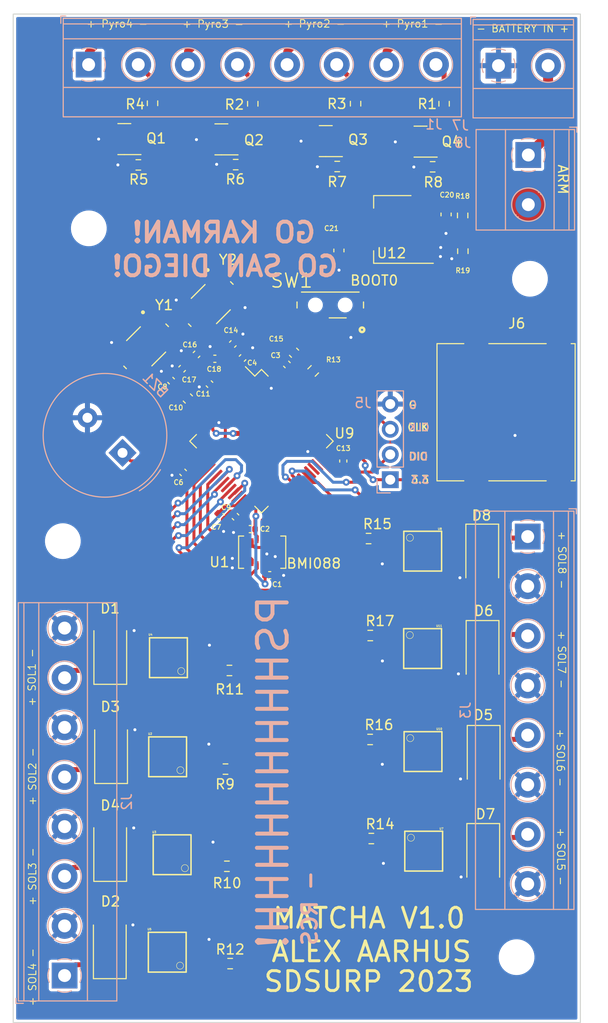
<source format=kicad_pcb>
(kicad_pcb (version 20211014) (generator pcbnew)
  (layers (0 "F.Cu" signal) (31 "B.Cu" power) (34 "B.Paste" user) (35 "F.Paste" user) (36 "B.SilkS" user "B.Silkscreen") (37 "F.SilkS" user "F.Silkscreen") (38 "B.Mask" user) (39 "F.Mask" user) (44 "Edge.Cuts" user))
  (net 0 "")
  (net 1 "BUZZER")
  (net 2 "GND")
  (net 3 "3.3V")
  (net 4 "Net-(C7-Pad1)")
  (net 5 "Net-(C10-Pad2)")
  (net 6 "Net-(C11-Pad1)")
  (net 7 "RCC_OSC32_OUT")
  (net 8 "RCC_OSC32_IN")
  (net 9 "RCC_OSC_IN")
  (net 10 "RCC_OSC_OUT")
  (net 11 "PWR")
  (net 12 "Net-(D1-Pad1)")
  (net 13 "Net-(D2-Pad1)")
  (net 14 "Net-(D3-Pad1)")
  (net 15 "Net-(D4-Pad1)")
  (net 16 "Net-(D5-Pad1)")
  (net 17 "Net-(D6-Pad1)")
  (net 18 "Net-(D7-Pad1)")
  (net 19 "Net-(J1-Pad2)")
  (net 20 "Net-(J1-Pad4)")
  (net 21 "Net-(J1-Pad6)")
  (net 22 "Net-(J1-Pad8)")
  (net 23 "USB_OTG_FS_DM")
  (net 24 "USB_OTG_FS_DP")
  (net 25 "USB_OTG_FS_ID")
  (net 26 "SYS_JTMS-SWDIO")
  (net 27 "SYS_JTCK_SWCLK")
  (net 28 "SDIO_D2")
  (net 29 "SDIO_D3")
  (net 30 "SDIO_CMD")
  (net 31 "SDIO_CK")
  (net 32 "SDIO_D0")
  (net 33 "SDIO_D1")
  (net 35 "BATT+")
  (net 36 "PYRO4")
  (net 37 "Net-(Q1-Pad2)")
  (net 38 "PYRO3")
  (net 39 "Net-(Q2-Pad2)")
  (net 40 "PYRO2")
  (net 41 "Net-(Q3-Pad2)")
  (net 42 "PYRO1")
  (net 43 "Net-(Q4-Pad2)")
  (net 44 "Net-(R9-Pad1)")
  (net 45 "SOL2")
  (net 46 "Net-(R10-Pad1)")
  (net 47 "SOL3")
  (net 48 "Net-(R11-Pad1)")
  (net 49 "SOL1")
  (net 50 "Net-(R12-Pad1)")
  (net 51 "SOL4")
  (net 52 "Net-(R13-Pad1)")
  (net 53 "Net-(R13-Pad2)")
  (net 54 "Net-(R14-Pad1)")
  (net 55 "SOL5")
  (net 56 "Net-(R15-Pad1)")
  (net 57 "SOL8")
  (net 58 "Net-(R16-Pad1)")
  (net 59 "SOL6")
  (net 60 "Net-(R17-Pad1)")
  (net 61 "SOL7")
  (net 62 "VMON")
  (net 64 "INT_ACC1")
  (net 65 "MISO")
  (net 66 "CS1_ACC")
  (net 67 "INT_GYRO2")
  (net 68 "INT_GYRO1")
  (net 69 "MOSI")
  (net 70 "SCK")
  (net 71 "CS2_GYRO")
  (net 72 "INT_ACC2")
  (net 83 "Net-(D8-Pad1)")
  (footprint "Resistor_SMD:R_0603_1608Metric" (layer "F.Cu") (at 61.365 98.4804 180)
    (fp_text reference "R16")
    (fp_text value "270")
  )
  (footprint "Resistor_SMD:R_0603_1608Metric" (layer "F.Cu") (at 46.7934 101.4642)
    (fp_text reference "R9")
    (fp_text value "270")
  )
  (footprint "Diode_SMD:D_SMA" (layer "F.Cu") (at 35.2634 99.5142 90)
    (fp_text reference "D3")
    (fp_text value "B330")
  )
  (footprint "Package_TO_SOT_SMD:SOT-23" (layer "F.Cu") (at 56.8946 38.2032 180)
    (fp_text reference "Q3")
    (fp_text value "2N7002K")
  )
  (footprint "Capacitor_SMD:C_0402_1005Metric" (layer "F.Cu") (at 45.18 62.68 135)
    (fp_text reference "C11")
    (fp_text value "100nF")
  )
  (footprint "Capacitor_SMD:C_0402_1005Metric" (layer "F.Cu") (at 46.36 76.05 -45)
    (fp_text reference "C7")
    (fp_text value "4.7uF")
  )
  (footprint "Diode_SMD:D_SMA" (layer "F.Cu") (at 35.1734 109.3742 90)
    (fp_text reference "D4")
    (fp_text value "B330")
  )
  (footprint "BMI088:BMI088" (layer "F.Cu") (at 50.4898 79.6118 180)
    (fp_text reference "U1")
    (fp_text value "BMI088")
  )
  (footprint "CPC1020NTR:4-SOP" (layer "F.Cu") (at 41.0434 90.2404 90)
    (fp_text reference "U4")
    (fp_text value "CPC1020NTR")
  )
  (footprint "Capacitor_SMD:C_0402_1005Metric" (layer "F.Cu") (at 51.25 81.93)
    (fp_text reference "C1")
    (fp_text value "100nF")
  )
  (footprint "Resistor_SMD:R_0603_1608Metric" (layer "F.Cu") (at 58.05 40.76)
    (fp_text reference "R7")
    (fp_text value "470")
  )
  (footprint "MountingHole:MountingHole_3mm" (layer "F.Cu") (at 77.47 52.07)
    (fp_text reference "H2")
    (fp_text value "MountingHole")
  )
  (footprint "CPC1020NTR:4-SOP" (layer "F.Cu") (at 66.6534 89.3204 -90)
    (fp_text reference "U11")
    (fp_text value "CPC1020NTR")
  )
  (footprint "Package_TO_SOT_SMD:SOT-23" (layer "F.Cu") (at 46.379 38.0254 180)
    (fp_text reference "Q2")
    (fp_text value "2N7002K")
  )
  (footprint "Package_TO_SOT_SMD:SOT-223-3_TabPin2" (layer "F.Cu") (at 63.63 47.1 180)
    (fp_text reference "U12")
    (fp_text value "NCP1117-3.3_SOT223")
  )
  (footprint "Capacitor_SMD:C_0402_1005Metric" (layer "F.Cu") (at 47.53 58.64 45)
    (fp_text reference "C14")
    (fp_text value "26pf")
  )
  (footprint "Resistor_SMD:R_0603_1608Metric" (layer "F.Cu") (at 47.26 121.06)
    (fp_text reference "R12")
    (fp_text value "270")
  )
  (footprint "CPC1020NTR:4-SOP" (layer "F.Cu") (at 66.7634 109.7304 -90)
    (fp_text reference "U7")
    (fp_text value "CPC1020NTR")
  )
  (footprint "Capacitor_SMD:C_0402_1005Metric" (layer "F.Cu") (at 58.66 70.43 -90)
    (fp_text reference "C13")
    (fp_text value "100nF")
  )
  (footprint "Resistor_SMD:R_0603_1608Metric" (layer "F.Cu") (at 61.21 78.24 180)
    (fp_text reference "R15")
    (fp_text value "270")
  )
  (footprint "Capacitor_SMD:C_0603_1608Metric" (layer "F.Cu") (at 58.22 49.22 -90)
    (fp_text reference "C21")
    (fp_text value "10uF")
  )
  (footprint "CPC1020NTR:4-SOP" (layer "F.Cu") (at 66.6634 79.5104 -90)
    (fp_text reference "U8")
    (fp_text value "CPC1020NTR")
  )
  (footprint "Resistor_SMD:R_0603_1608Metric" (layer "F.Cu") (at 39.44 34.39 90)
    (fp_text reference "R4")
    (fp_text value "1")
  )
  (footprint "CPC1020NTR:4-SOP" (layer "F.Cu") (at 40.9634 100.2242 90)
    (fp_text reference "U2")
    (fp_text value "CPC1020NTR")
  )
  (footprint "Resistor_SMD:R_0603_1608Metric" (layer "F.Cu") (at 61.485 108.46 180)
    (fp_text reference "R14")
    (fp_text value "270")
  )
  (footprint "Capacitor_SMD:C_0402_1005Metric" (layer "F.Cu") (at 49.29 77.29 180)
    (fp_text reference "C2")
    (fp_text value "100nF")
  )
  (footprint "Capacitor_SMD:C_0402_1005Metric" (layer "F.Cu") (at 42.52 71.58 135)
    (fp_text reference "C6")
    (fp_text value "100nF")
  )
  (footprint "PCM12SMTR:SW_PCM12SMTR" (layer "F.Cu") (at 57.35 54.71 180)
    (fp_text reference "SW1")
    (fp_text value "PCM12SMTR")
  )
  (footprint "Package_TO_SOT_SMD:SOT-23" (layer "F.Cu") (at 36.6 38 180)
    (fp_text reference "Q1")
    (fp_text value "2N7002K")
  )
  (footprint "Capacitor_SMD:C_0603_1608Metric" (layer "F.Cu") (at 69.02 45.59 -90)
    (fp_text reference "C20")
    (fp_text value "100nF")
  )
  (footprint "Capacitor_SMD:C_0402_1005Metric" (layer "F.Cu") (at 48.51 60.05 45)
    (fp_text reference "C4")
    (fp_text value "100nF")
  )
  (footprint "Package_TO_SOT_SMD:SOT-23" (layer "F.Cu") (at 66.445 38.254 180)
    (fp_text reference "Q4")
    (fp_text value "2N7002K")
  )
  (footprint "Resistor_SMD:R_0603_1608Metric" (layer "F.Cu") (at 61.38 88.01 180)
    (fp_text reference "R17")
    (fp_text value "270")
  )
  (footprint "CPC1020NTR:4-SOP" (layer "F.Cu") (at 41.4134 110.0904 90)
    (fp_text reference "U3")
    (fp_text value "CPC1020NTR")
  )
  (footprint "Resistor_SMD:R_0603_1608Metric" (layer "F.Cu") (at 70.69 45.69 -90)
    (fp_text reference "R18")
    (fp_text value "1M")
  )
  (footprint "Capacitor_SMD:C_0402_1005Metric" (layer "F.Cu") (at 45.72 60.13 180)
    (fp_text reference "C18")
    (fp_text value "26pf")
  )
  (footprint "Diode_SMD:D_SMA" (layer "F.Cu") (at 35.1334 119.1742 90)
    (fp_text reference "D2")
    (fp_text value "B330")
  )
  (footprint "Capacitor_SMD:C_0603_1608Metric" (layer "F.Cu") (at 43 64.13 135)
    (fp_text reference "C10")
    (fp_text value "1uF")
  )
  (footprint "Resistor_SMD:R_0603_1608Metric" (layer "F.Cu") (at 47.82 40.57)
    (fp_text reference "R6")
    (fp_text value "470")
  )
  (footprint "Diode_SMD:D_SMA" (layer "F.Cu") (at 72.6934 89.9004 -90)
    (fp_text reference "D6")
    (fp_text value "B330")
  )
  (footprint "MountingHole:MountingHole_3mm" (layer "F.Cu") (at 76.1234 120.4104)
    (fp_text reference "H4")
    (fp_text value "MountingHole")
  )
  (footprint "Resistor_SMD:R_0603_1608Metric" (layer "F.Cu") (at 68.82 34.44 90)
    (fp_text reference "R1")
    (fp_text value "1")
  )
  (footprint "Capacitor_SMD:C_0402_1005Metric" (layer "F.Cu") (at 42.42 61.13 -135)
    (fp_text reference "C17")
    (fp_text value "26pf")
  )
  (footprint "Resistor_SMD:R_0603_1608Metric" (layer "F.Cu") (at 49.54 34.44 90)
    (fp_text reference "R2")
    (fp_text value "1")
  )
  (footprint "Resistor_SMD:R_0603_1608Metric" (layer "F.Cu") (at 46.9334 111.2542)
    (fp_text reference "R10")
    (fp_text value "270")
  )
  (footprint "Capacitor_SMD:C_0402_1005Metric" (layer "F.Cu") (at 41.31 62.33 135)
    (fp_text reference "C8")
    (fp_text value "100nF")
  )
  (footprint "Diode_SMD:D_SMA" (layer "F.Cu") (at 72.8034 100.4704 -90)
    (fp_text reference "D5")
    (fp_text value "B330")
  )
  (footprint "Resistor_SMD:R_0603_1608Metric" (layer "F.Cu") (at 67.665 40.79)
    (fp_text reference "R8")
    (fp_text value "470")
  )
  (footprint "MountingHole:MountingHole_3mm" (layer "F.Cu") (at 30.4034 78.5004)
    (fp_text reference "H1")
    (fp_text value "MountingHole")
  )
  (footprint "ABMM2_6mm_3_6mm:XTAL_ABMM2-32.768MHZ-E2F-T" (layer "F.Cu") (at 45.3088 54.6188 -45)
    (fp_text reference "Y2")
    (fp_text value "ABMM2-32.768MHZ-E2F-T")
  )
  (footprint "Resistor_SMD:R_0603_1608Metric" (layer "F.Cu") (at 47.19 91.53)
    (fp_text reference "R11")
    (fp_text value "270")
  )
  (footprint "Diode_SMD:D_SMA" (layer "F.Cu") (at 72.7634 110.3504 -90)
    (fp_text reference "D7")
    (fp_text value "B330")
  )
  (footprint "Resistor_SMD:R_0603_1608Metric" (layer "F.Cu") (at 55.63 61.35 45)
    (fp_text reference "R13")
    (fp_text value "10k")
  )
  (footprint "Capacitor_SMD:C_0402_1005Metric" (layer "F.Cu") (at 52.98 60.7 -45)
    (fp_text reference "C3")
    (fp_text value "100nF")
  )
  (footprint "Connector_Card:microSD_HC_Wuerth_693072010801" (layer "F.Cu") (at 76.2139 65.5154 -90)
    (fp_text reference "J6")
    (fp_text value "Micro_SD_Card")
  )
  (footprint "Diode_SMD:D_SMA" (layer "F.Cu") (at 72.6634 80.1904 -90)
    (fp_text reference "D8")
    (fp_text value "B330")
  )
  (footprint "Package_QFP:LQFP-64_10x10mm_P0.5mm" (layer "F.Cu") (at 50.417878 68.432722 -45)
    (fp_text reference "U9")
    (fp_text value "STM32F401RDTx")
  )
  (footprint "Capacitor_SMD:C_0402_1005Metric" (layer "F.Cu") (at 47.8 76.04 135)
    (fp_text reference "C9")
    (fp_text value "100nF")
  )
  (footprint "MountingHole:MountingHole_3mm" (layer "F.Cu") (at 33.02 46.99)
    (fp_text reference "H3")
    (fp_text value "MountingHole")
  )
  (footprint "Resistor_SMD:R_0603_1608Metric" (layer "F.Cu") (at 59.9 34.43 90)
    (fp_text reference "R3")
    (fp_text value "1")
  )
  (footprint "ABMM2_6mm_3_6mm:XTAL_ABMM2-25.000MHZ-D1-T" (layer "F.Cu") (at 38.793833 58.875283 -45)
    (fp_text reference "Y1")
    (fp_text value "ABMM2-25MHZ-D1-T")
  )
  (footprint "Resistor_SMD:R_0603_1608Metric" (layer "F.Cu") (at 38.01 40.6)
    (fp_text reference "R5")
    (fp_text value "470")
  )
  (footprint "Capacitor_SMD:C_0603_1608Metric" (layer "F.Cu") (at 53.7 59.52 135)
    (fp_text reference "C15")
    (fp_text value "4.7uF")
  )
  (footprint "CPC1020NTR:4-SOP" (layer "F.Cu") (at 40.9234 119.9104 90)
    (fp_text reference "U5")
    (fp_text value "CPC1020NTR")
  )
  (footprint "CPC1020NTR:4-SOP" (layer "F.Cu") (at 66.6934 99.7004 -90)
    (fp_text reference "U10")
    (fp_text value "CPC1020NTR")
  )
  (footprint "Capacitor_SMD:C_0402_1005Metric" (layer "F.Cu") (at 43.873833 59.688083 45)
    (fp_text reference "C16")
    (fp_text value "26pf")
  )
  (footprint "Resistor_SMD:R_0603_1608Metric" (layer "F.Cu") (at 70.71 49.29 -90)
    (fp_text reference "R19")
    (fp_text value "100K")
  )
  (footprint "Diode_SMD:D_SMA" (layer "F.Cu") (at 35.1834 89.5242 90)
    (fp_text reference "D1")
    (fp_text value "B330")
  )
  (footprint "TerminalBlock_Phoenix:TerminalBlock_Phoenix_MKDS-1,5-2_1x02_P5.00mm_Horizontal" (layer "B.Cu") (at 77.305 39.6 -90)
    (fp_text reference "J8")
    (fp_text value "Screw_Terminal_01x02")
  )
  (footprint "TerminalBlock_Phoenix:TerminalBlock_Phoenix_MKDS-1,5-8_1x08_P5.00mm_Horizontal" (layer "B.Cu") (at 33 30.495)
    (fp_text reference "J1")
    (fp_text value "Screw_Terminal_01x08")
  )
  (footprint "Buzzer_Beeper:Buzzer_TDK_PS1240P02BT_D12.2mm_H6.5mm" (layer "B.Cu") (at 36.417006 69.607006 135)
    (fp_text reference "BZ1")
    (fp_text value "Buzzer")
  )
  (footprint "Connector_PinHeader_2.54mm:PinHeader_1x04_P2.54mm_Vertical" (layer "B.Cu") (at 63.3936 72.3126)
    (fp_text reference "J5")
    (fp_text value "Conn_01x04")
  )
  (footprint "TerminalBlock_Phoenix:TerminalBlock_Phoenix_MKDS-1,5-8_1x08_P5.00mm_Horizontal" (layer "B.Cu") (at 30.5784 122.2604 90)
    (fp_text reference "J2")
    (fp_text value "Screw_Terminal_01x08")
  )
  (footprint "TerminalBlock_Phoenix:TerminalBlock_Phoenix_MKDS-1,5-8_1x08_P5.00mm_Horizontal" (layer "B.Cu") (at 77.2434 78.0404 -90)
    (fp_text reference "J3")
    (fp_text value "Screw_Terminal_01x08")
  )
  (footprint "TerminalBlock_Phoenix:TerminalBlock_Phoenix_MKDS-1,5-2_1x02_P5.00mm_Horizontal" (layer "B.Cu") (at 74.3 30.6)
    (fp_text reference "J7")
    (fp_text value "Screw_Terminal_01x02")
  )
  (gr_rect (start 25.4 25.4) (end 82.55 127) (layer "Edge.Cuts") (width 0.1) (fill none))
  (gr_text "GO SAN DIEGO!" (at 46.75 50.81) (layer "B.SilkS") (effects (font (size 2 2) (thickness 0.4)) (justify mirror)))
  (gr_text "GO KARMAN! " (at 45.87 47.41) (layer "B.SilkS") (effects (font (size 2 2) (thickness 0.4)) (justify mirror)))
  (gr_text "- RCS" (at 55.28 115.48 90) (layer "B.SilkS") (effects (font (size 1.5 1.5) (thickness 0.3)) (justify mirror)))
  (gr_text "PSHHHHHHHHH!" (at 51.59 101.75 90) (layer "B.SilkS") (effects (font (size 3 3) (thickness 0.4)) (justify mirror)))
  (gr_text "DIO" (at 66.23 69.98) (layer "B.SilkS") (effects (font (size 0.75 0.75)) (justify mirror)))
  (gr_text "G" (at 65.7 64.79) (layer "B.SilkS") (effects (font (size 0.75 0.75)) (justify mirror)))
  (gr_text "CLK" (at 66.28 67.04) (layer "B.SilkS") (effects (font (size 0.75 0.75)) (justify mirror)))
  (gr_text "3.3" (at 66.41 72.33) (layer "B.SilkS") (effects (font (size 0.75 0.75)) (justify mirror)))
  (gr_text "3.3" (at 66.3816 72.296) (layer "F.SilkS") (effects (font (size 0.75 0.75))))
  (gr_text "+ SOL2 -" (at 27.34 102.22 90) (layer "F.SilkS") (effects (font (size 0.75 0.75) (thickness 0.1))))
  (gr_text "SDSURP 2023" (at 61.22 122.86) (layer "F.SilkS") (effects (font (size 2 2) (thickness 0.3))))
  (gr_text "+ SOL3 -" (at 27.34 112.29 90) (layer "F.SilkS") (effects (font (size 0.75 0.75) (thickness 0.1))))
  (gr_text "+ Pyro1 -" (at 65.64 26.38) (layer "F.SilkS") (effects (font (size 0.75 0.75) (thickness 0.1))))
  (gr_text "MATCHA V1.0" (at 61.26 116.48) (layer "F.SilkS") (effects (font (size 2 2) (thickness 0.3))))
  (gr_text "G" (at 65.6416 64.786) (layer "F.SilkS") (effects (font (size 0.75 0.75))))
  (gr_text "+ SOL4 -" (at 27.34 122.42 90) (layer "F.SilkS") (effects (font (size 0.75 0.75) (thickness 0.1))))
  (gr_text "+ SOL1 -" (at 27.29 92.22 90) (layer "F.SilkS") (effects (font (size 0.75 0.75) (thickness 0.1))))
  (gr_text "+ SOL7 -" (at 80.6734 90.4404 270) (layer "F.SilkS") (effects (font (size 0.75 0.75) (thickness 0.1))))
  (gr_text "CLK" (at 66.2016 67.036) (layer "F.SilkS") (effects (font (size 0.75 0.75))))
  (gr_text "+ Pyro2 -" (at 55.77 26.38) (layer "F.SilkS") (effects (font (size 0.75 0.75) (thickness 0.1))))
  (gr_text "+ Pyro3 -" (at 45.54 26.4) (layer "F.SilkS") (effects (font (size 0.75 0.75) (thickness 0.1))))
  (gr_text "ALEX AARHUS" (at 61.5 119.86) (layer "F.SilkS") (effects (font (size 2 2) (thickness 0.3))))
  (gr_text "+ Pyro4 -" (at 35.87 26.38) (layer "F.SilkS") (effects (font (size 0.75 0.75) (thickness 0.1))))
  (gr_text "+ SOL6 -" (at 80.5534 100.3304 270) (layer "F.SilkS") (effects (font (size 0.75 0.75) (thickness 0.1))))
  (gr_text "+ SOL5 -" (at 80.5934 110.2904 270) (layer "F.SilkS") (effects (font (size 0.75 0.75) (thickness 0.1))))
  (gr_text "ARM" (at 80.81 42.07 270) (layer "F.SilkS") (effects (font (size 1 1))))
  (gr_text "- BATTERY IN +" (at 76.74 26.86) (layer "F.SilkS") (effects (font (size 0.75 0.75) (thickness 0.1))))
  (gr_text "+ SOL8 -" (at 80.7034 80.4104 270) (layer "F.SilkS") (effects (font (size 0.75 0.75) (thickness 0.1))))
  (gr_text "DIO" (at 66.2216 69.976) (layer "F.SilkS") (effects (font (size 0.75 0.75))))
  (gr_text "BOOT0" (at 61.78 52.24) (layer "F.SilkS") (effects (font (size 1 1))))
  (segment (start 43.753397 69.793903) (end 43.753397 69.796603) (width 0.3) (layer "F.Cu") (net 1))
  (segment (start 43.13 70.42) (end 37.23 70.42) (width 0.3) (layer "F.Cu") (net 1))
  (segment (start 43.753397 69.796603) (end 43.13 70.42) (width 0.3) (layer "F.Cu") (net 1))
  (segment (start 37.23 70.42) (end 36.417006 69.607006) (width 0.3) (layer "F.Cu") (net 1))
  (segment (start 43.33 70.92) (end 42.501178 70.92) (width 0.3) (layer "F.Cu") (net 2))
  (segment (start 35.1334 117.1742) (end 37.4496 117.1742) (width 0.5) (layer "F.Cu") (net 2))
  (segment (start 72.7634 112.3504) (end 70.5534 112.3504) (width 0.5) (layer "F.Cu") (net 2))
  (segment (start 63.963402 101.000402) (end 62.613402 101.000402) (width 0.3) (layer "F.Cu") (net 2))
  (segment (start 40.37 61.39) (end 40.970589 61.990589) (width 0.3) (layer "F.Cu") (net 2))
  (segment (start 47.5051 80.2148) (end 47.4816 80.2383) (width 0.3) (layer "F.Cu") (net 2))
  (segment (start 36.38967 59.56667) (end 35.3134 58.4904) (width 0.3) (layer "F.Cu") (net 2))
  (segment (start 41.461178 60.85) (end 42.080589 61.469411) (width 0.3) (layer "F.Cu") (net 2))
  (segment (start 72.8034 102.4704) (end 70.4834 102.4704) (width 0.5) (layer "F.Cu") (net 2))
  (segment (start 49.489799 80.7675) (end 49.489799 80.372999) (width 0.3) (layer "F.Cu") (net 2))
  (segment (start 53.319411 61.039411) (end 53.214995 61.039411) (width 0.3) (layer "F.Cu") (net 2))
  (segment (start 48.6066 81.1398) (end 48.5566 81.1898) (width 0.3) (layer "F.Cu") (net 2))
  (segment (start 46.090179 66.560179) (end 46.126218 66.560179) (width 0.3) (layer "F.Cu") (net 2))
  (segment (start 44.519411 62.340589) (end 44.15 62.71) (width 0.3) (layer "F.Cu") (net 2))
  (segment (start 51.4042 63.1018) (end 51.4042 62.850206) (width 0.3) (layer "F.Cu") (net 2))
  (segment (start 63.9634 111.000401) (end 62.743401 111.000402) (width 0.3) (layer "F.Cu") (net 2))
  (segment (start 46.699411 76.389411) (end 46.699411 77.425589) (width 0.75) (layer "F.Cu") (net 2))
  (segment (start 65.5075 38.254) (end 63.9304 38.254) (width 0.5) (layer "F.Cu") (net 2))
  (segment (start 47.712963 53.911693) (end 47.712963 53.924163) (width 0.3) (layer "F.Cu") (net 2))
  (segment (start 41.197996 58.178796) (end 42.337 59.3178) (width 0.3) (layer "F.Cu") (net 2))
  (segment (start 46.699411 77.425589) (end 46.6 77.525) (width 0.75) (layer "F.Cu") (net 2))
  (segment (start 35.1734 107.3742) (end 37.5272 107.3742) (width 0.5) (layer "F.Cu") (net 2))
  (segment (start 44.102544 70.147456) (end 43.33 70.92) (width 0.3) (layer "F.Cu") (net 2))
  (segment (start 37.6496 97.5142) (end 37.6634 97.5004) (width 0.5) (layer "F.Cu") (net 2))
  (segment (start 56.1032 69.528) (end 56.0524 69.4772) (width 0.3) (layer "F.Cu") (net 2))
  (segment (start 48.9898 80.7675) (end 48.9789 80.7675) (width 0.3) (layer "F.Cu") (net 2))
  (segment (start 42.169411 71.240589) (end 41.55 71.86) (width 0.3) (layer "F.Cu") (net 2))
  (segment (start 47.388233 75.700589) (end 46.699411 76.389411) (width 0.75) (layer "F.Cu") (net 2))
  (segment (start 42.904637 55.325907) (end 42.904637 55.288037) (width 0.3) (layer "F.Cu") (net 2))
  (segment (start 37.5696 87.5242) (end 37.5834 87.5104) (width 0.5) (layer "F.Cu") (net 2))
  (segment (start 48.849411 59.710589) (end 48.849411 59.700589) (width 0.3) (layer "F.Cu") (net 2))
  (segment (start 70.4834 102.4704) (end 70.4734 102.4604) (width 0.5) (layer "F.Cu") (net 2))
  (segment (start 63.863401 80.780402) (end 62.603401 80.780402) (width 0.3) (layer "F.Cu") (net 2))
  (segment (start 47.6 77.625) (end 47.935 77.29) (width 0.3) (layer "F.Cu") (net 2))
  (segment (start 44.10695 70.147456) (end 44.102544 70.147456) (width 0.3) (layer "F.Cu") (net 2))
  (segment (start 35.2634 97.5142) (end 37.6496 97.5142) (width 0.5) (layer "F.Cu") (net 2))
  (segment (start 37.5272 107.3742) (end 37.5434 107.3904) (width 0.5) (layer "F.Cu") (net 2))
  (segment (start 47.712963 53.924163) (end 48.7632 54.9744) (width 0.3) (layer "F.Cu") (net 2))
  (segment (start 58.22 49.995) (end 58.22 51.19) (width 0.5) (layer "F.Cu") (net 2))
  (segment (start 55.9571 38.2032) (end 54.4054 38.2032) (width 0.5) (layer "F.Cu") (net 2))
  (segment (start 54.248008 60.110814) (end 53.319411 61.039411) (width 0.3) (layer "F.Cu") (net 2))
  (segment (start 56.722656 70.147456) (end 56.1032 69.528) (width 0.3) (layer "F.Cu") (net 2))
  (segment (start 72.6934 91.9004) (end 70.2934 91.9004) (width 0.5) (layer "F.Cu") (net 2))
  (segment (start 66.84 40.79) (end 65.79 40.79) (width 0.3) (layer "F.Cu") (net 2))
  (segment (start 45.1134 118.6404) (end 45.1334 118.6204) (width 0.5) (layer "F.Cu") (net 2))
  (segment (start 59.6 57.81) (end 59.43 57.98) (width 0.3) (layer "F.Cu") (net 2))
  (segment (start 50.9566 79.7898) (end 50.4898 80.2566) (width 0.3) (layer "F.Cu") (net 2))
  (segment (start 51.489801 80.365862) (end 51.489801 80.7675) (width 0.3) (layer "F.Cu") (net 2))
  (segment (start 51.73 81.93) (end 52.63 81.93) (width 0.3) (layer "F.Cu") (net 2))
  (segment (start 49.3316 80.2148) (end 47.5051 80.2148) (width 0.3) (layer "F.Cu") (net 2))
  (segment (start 70.2934 91.9004) (end 70.2634 91.8704) (width 0.5) (layer "F.Cu") (net 2))
  (segment (start 72.6634 82.1904) (end 70.4134 82.1904) (width 0.5) (layer "F.Cu") (net 2))
  (segment (start 45.1634 88.9704) (end 45.1734 88.9804) (width 0.5) (layer "F.Cu") (net 2))
  (segment (start 43.7634 98.9542) (end 45.1096 98.9542) (width 0.5) (layer "F.Cu") (net 2))
  (segment (start 45.23 58.89) (end 45.24 58.9) (width 0.3) (layer "F.Cu") (net 2))
  (segment (start 41.55 71.86) (end 41.4 71.86) (width 0.3) (layer "F.Cu") (net 2))
  (segment (start 44.69 58.89) (end 45.23 58.89) (width 0.3) (layer "F.Cu") (net 2))
  (segment (start 54.248008 60.068008) (end 54.248008 60.110814) (width 0.3) (layer "F.Cu") (net 2))
  (segment (start 47.935 77.29) (end 48.81 77.29) (width 0.3) (layer "F.Cu") (net 2))
  (segment (start 62.613402 101.000402) (end 62.593401 100.980402) (width 0.3) (layer "F.Cu") (net 2))
  (segment (start 62.743401 111.000402) (end 62.703399 110.9604) (width 0.3) (layer "F.Cu") (net 2))
  (segment (start 37.4496 117.1742) (end 37.4634 117.1604) (width 0.5) (layer "F.Cu") (net 2))
  (segment (start 56.728806 70.148806) (end 57.49 70.91) (width 0.3) (layer "F.Cu") (net 2))
  (segment (start 56.728806 70.147456) (end 56.728806 70.148806) (width 0.3) (layer "F.Cu") (net 2))
  (segment (start 49.489799 80.372999) (end 49.3316 80.2148) (width 0.3) (layer "F.Cu") (net 2))
  (segment (start 59.6 56.46) (end 59.6 57.81) (width 0.3) (layer "F.Cu") (net 2))
  (segment (start 48.026794 75.42) (end 47.741178 75.42) (width 0.3) (layer "F.Cu") (net 2))
  (segment (start 52.63 81.93) (end 52.65 81.95) (width 0.3) (layer "F.Cu") (net 2))
  (segment (start 57.225 40.76) (end 56.07 40.76) (width 0.3) (layer "F.Cu") (net 2))
  (segment (start 76.0034 67.8154) (end 75.9666 67.8522) (width 0.5) (layer "F.Cu") (net 2))
  (segment (start 43.8898 38.0254) (end 43.8644 38.0508) (width 0.3) (layer "F.Cu") (net 2))
  (segment (start 44.231328 59.348672) (end 44.69 58.89) (width 0.3) (layer "F.Cu") (net 2))
  (segment (start 45.9 40.54) (end 46.965 40.54) (width 0.3) (layer "F.Cu") (net 2))
  (segment (start 47.460589 75.700589) (end 47.388233 75.700589) (width 0.75) (layer "F.Cu") (net 2))
  (segment (start 44.15 62.71) (end 44.15 62.96) (width 0.3) (layer "F.Cu") (net 2))
  (segment (start 53.214995 61.039411) (end 52.132612 62.121794) (width 0.3) (layer "F.Cu") (net 2))
  (segment (start 41.42 60.85) (end 41.461178 60.85) (width 0.3) (layer "F.Cu") (net 2))
  (segment (start 51.4042 62.850206) (end 52.132612 62.121794) (width 0.3) (layer "F.Cu") (net 2))
  (segment (start 45.24 60.13) (end 45.24 58.9) (width 0.3) (layer "F.Cu") (net 2))
  (segment (start 44.840589 62.340589) (end 44.519411 62.340589) (width 0.3) (layer "F.Cu") (net 2))
  (segment (start 65.79 40.79) (end 65.77 40.81) (width 0.3) (layer "F.Cu") (net 2))
  (segment (start 42.180589 71.240589) (end 42.169411 71.240589) (width 0.3) (layer "F.Cu") (net 2))
  (segment (start 47.889411 58.300589) (end 48.55 57.64) (width 0.3) (layer "F.Cu") (net 2))
  (segment (start 51.802079 80.053584) (end 51.489801 80.365862) (width 0.3) (layer "F.Cu") (net 2))
  (segment (start 43.8434 88.9704) (end 45.1634 88.9704) (width 0.5) (layer "F.Cu") (net 2))
  (segment (start 56.07 40.76) (end 56.05 40.78) (width 0.3) (layer "F.Cu") (net 2))
  (segment (start 48.5566 81.1898) (end 47.4816 81.1898) (width 0.3) (layer "F.Cu") (net 2))
  (segment (start 63.9304 38.254) (end 63.905 38.2794) (width 0.3) (layer "F.Cu") (net 2))
  (segment (start 77.7639 67.8154) (end 76.0034 67.8154) (width 0.5) (layer "F.Cu") (net 2))
  (segment (start 70.5534 112.3504) (end 70.5334 112.3304) (width 0.5) (layer "F.Cu") (net 2))
  (segment (start 37.185 40.6) (end 35.95 40.6) (width 0.2) (layer "F.Cu") (net 2))
  (segment (start 45.16761 65.657328) (end 45.187328 65.657328) (width 0.3) (layer "F.Cu") (net 2))
  (segment (start 45.1096 98.9542) (end 45.1134 98.9504) (width 0.5) (layer "F.Cu") (net 2))
  (segment (start 46.965 40.54) (end 46.995 40.57) (width 0.3) (layer "F.Cu") (net 2))
  (segment (start 43.7234 118.6404) (end 45.1134 118.6404) (width 0.5) (layer "F.Cu") (net 2))
  (segment (start 56.0524 69.4772) (end 55.0872 69.4772) (width 0.3) (layer "F.Cu") (net 2))
  (segment (start 48.703144 74.74365) (end 48.026794 75.42) (width 0.3) (layer "F.Cu") (net 2))
  (segment (start 45.4415 38.0254) (end 43.8898 38.0254) (width 0.5) (layer "F.Cu") (net 2))
  (segment (start 62.623402 90.590402) (end 62.6034 90.5704) (width 0.3) (layer "F.Cu") (net 2))
  (segment (start 58.22 51.19) (end 58.23 51.2) (width 0.5) (layer "F.Cu") (net 2))
  (segment (start 40.33 61.39) (end 40.37 61.39) (width 0.3) (layer "F.Cu") (net 2))
  (segment (start 47.741178 75.42) (end 47.460589 75.700589) (width 0.3) (layer "F.Cu") (net 2))
  (segment (start 41.197996 58.168176) (end 41.197996 58.178796) (width 0.3) (layer "F.Cu") (net 2))
  (segment (start 35.6625 38) (end 34.0092 38) (width 0.5) (layer "F.Cu") (net 2))
  (segment (start 36.38967 59.58239) (end 36.38967 59.56667) (width 0.3) (layer "F.Cu") (net 2))
  (segment (start 42.501178 70.92) (end 42.180589 71.240589) (width 0.3) (layer "F.Cu") (net 2))
  (segment (start 45.187328 65.657328) (end 46.090179 66.560179) (width 0.3) (layer "F.Cu") (net 2))
  (segment (start 48.849411 59.700589) (end 49.53 59.02) (width 0.3) (layer "F.Cu") (net 2))
  (segment (start 42.904637 55.288037) (end 41.829 54.2124) (width 0.3) (layer "F.Cu") (net 2))
  (segment (start 47.869411 58.300589) (end 47.889411 58.300589) (width 0.3) (layer "F.Cu") (net 2))
  (segment (start 63.853402 90.590402) (end 62.623402 90.590402) (width 0.3) (layer "F.Cu") (net 2))
  (segment (start 50.4898 80.2566) (end 50.4898 80.7675) (width 0.3) (layer "F.Cu") (net 2))
  (segment (start 57.49 70.91) (end 58.66 70.91) (width 0.3) (layer "F.Cu") (net 2))
  (segment (start 48.9789 80.7675) (end 48.6066 81.1398) (width 0.3) (layer "F.Cu") (net 2))
  (segment (start 44.2134 108.8204) (end 45.5334 108.8204) (width 0.5) (layer "F.Cu") (net 2))
  (segment (start 62.603401 80.780402) (end 62.593402 80.790401) (width 0.3) (layer "F.Cu") (net 2))
  (segment (start 35.1834 87.5242) (end 37.5696 87.5242) (width 0.5) (layer "F.Cu") (net 2))
  (via (at 70.4734 102.4604) (size 0.7) (drill 0.3) (layers "F.Cu" "B.Cu") (net 2))
  (via (at 69.59 50.05) (size 0.7) (drill 0.3) (layers "F.Cu" "B.Cu") (net 2))
  (via (at 63.905 38.2794) (size 0.7) (drill 0.3) (layers "F.Cu" "B.Cu") (net 2))
  (via (at 47.6 77.625) (size 0.7) (drill 0.3) (layers "F.Cu" "B.Cu") (net 2))
  (via (at 41.4 71.86) (size 0.7) (drill 0.3) (layers "F.Cu" "B.Cu") (net 2))
  (via (at 34.0092 38) (size 0.7) (drill 0.3) (layers "F.Cu" "B.Cu") (net 2))
  (via (at 58.23 51.2) (size 0.7) (drill 0.3) (layers "F.Cu" "B.Cu") (net 2))
  (via (at 69.01 47.5) (size 0.7) (drill 0.3) (layers "F.Cu" "B.Cu") (net 2))
  (via (at 35.3134 58.4904) (size 0.7) (drill 0.3) (layers "F.Cu" "B.Cu") (net 2))
  (via (at 45.1134 98.9504) (size 0.7) (drill 0.3) (layers "F.Cu" "B.Cu") (net 2))
  (via (at 47.4816 80.2383) (size 0.7) (drill 0.3) (layers "F.Cu" "B.Cu") (net 2))
  (via (at 40.33 61.39) (size 0.7) (drill 0.3) (layers "F.Cu" "B.Cu") (net 2))
  (via (at 50.9566 79.7898) (size 0.7) (drill 0.3) (layers "F.Cu" "B.Cu") (net 2))
  (via (at 62.6034 90.5704) (size 0.7) (drill 0.3) (layers "F.Cu" "B.Cu") (net 2))
  (via (at 41.829 54.2124) (size 0.7) (drill 0.3) (layers "F.Cu" "B.Cu") (net 2))
  (via (at 51.802079 80.053584) (size 0.7) (drill 0.3) (layers "F.Cu" "B.Cu") (net 2))
  (via (at 46.6 77.525) (size 0.7) (drill 0.3) (layers "F.Cu" "B.Cu") (net 2))
  (via (at 37.6634 97.5004) (size 0.7) (drill 0.3) (layers "F.Cu" "B.Cu") (net 2))
  (via (at 37.4634 117.1604) (size 0.7) (drill 0.3) (layers "F.Cu" "B.Cu") (net 2))
  (via (at 54.4054 38.2032) (size 0.7) (drill 0.3) (layers "F.Cu" "B.Cu") (net 2))
  (via (at 51.4042 63.1018) (size 0.7) (drill 0.3) (layers "F.Cu" "B.Cu") (net 2))
  (via (at 65.77 40.81) (size 0.7) (drill 0.3) (layers "F.Cu" "B.Cu") (net 2))
  (via (at 45.5334 108.8204) (size 0.7) (drill 0.3) (layers "F.Cu" "B.Cu") (net 2))
  (via (at 70.5334 112.3304) (size 0.7) (drill 0.3) (layers "F.Cu" "B.Cu") (net 2))
  (via (at 46.126218 66.560179) (size 0.7) (drill 0.3) (layers "F.Cu" "B.Cu") (net 2))
  (via (at 68.48 48.92) (size 0.7) (drill 0.3) (layers "F.Cu" "B.Cu") (net 2))
  (via (at 48.55 57.64) (size 0.7) (drill 0.3) (layers "F.Cu" "B.Cu") (net 2))
  (via (at 55.0872 69.4772) (size 0.7) (drill 0.3) (layers "F.Cu" "B.Cu") (net 2))
  (via (at 44.15 62.96) (size 0.7) (drill 0.3) (layers "F.Cu" "B.Cu") (net 2))
  (via (at 59.43 57.98) (size 0.7) (drill 0.3) (layers "F.Cu" "B.Cu") (net 2))
  (via (at 56.05 40.78) (size 0.7) (drill 0.3) (layers "F.Cu" "B.Cu") (net 2))
  (via (at 45.9 40.54) (size 0.7) (drill 0.3) (layers "F.Cu" "B.Cu") (net 2))
  (via (at 45.24 58.9) (size 0.7) (drill 0.3) (layers "F.Cu" "B.Cu") (net 2))
  (via (at 70.4134 82.1904) (size 0.7) (drill 0.3) (layers "F.Cu" "B.Cu") (net 2))
  (via (at 42.337 59.3178) (size 0.7) (drill 0.3) (layers "F.Cu" "B.Cu") (net 2))
  (via (at 49.53 59.02) (size 0.7) (drill 0.3) (layers "F.Cu" "B.Cu") (net 2))
  (via (at 37.5834 87.5104) (size 0.7) (drill 0.3) (layers "F.Cu" "B.Cu") (net 2))
  (via (at 62.593402 80.790401) (size 0.7) (drill 0.3) (layers "F.Cu" "B.Cu") (net 2))
  (via (at 45.1334 118.6204) (size 0.7) (drill 0.3) (layers "F.Cu" "B.Cu") (net 2))
  (via (at 70.2634 91.8704) (size 0.7) (drill 0.3) (layers "F.Cu" "B.Cu") (net 2))
  (via (at 47.4816 81.1898) (size 0.7) (drill 0.3) (layers "F.Cu" "B.Cu") (net 2))
  (via (at 75.9666 67.8522) (size 0.7) (drill 0.3) (layers "F.Cu" "B.Cu") (net 2))
  (via (at 43.8644 38.0508) (size 0.7) (drill 0.3) (layers "F.Cu" "B.Cu") (net 2))
  (via (at 35.95 40.6) (size 0.7) (drill 0.3) (layers "F.Cu" "B.Cu") (net 2))
  (via (at 41.42 60.85) (size 0.7) (drill 0.3) (layers "F.Cu" "B.Cu") (net 2))
  (via (at 48.7632 54.9744) (size 0.7) (drill 0.3) (layers "F.Cu" "B.Cu") (net 2))
  (via (at 62.703399 110.9604) (size 0.7) (drill 0.3) (layers "F.Cu" "B.Cu") (net 2))
  (via (at 52.65 81.95) (size 0.7) (drill 0.3) (layers "F.Cu" "B.Cu") (net 2))
  (via (at 68.45 49.83) (size 0.7) (drill 0.3) (layers "F.Cu" "B.Cu") (net 2))
  (via (at 45.1734 88.9804) (size 0.7) (drill 0.3) (layers "F.Cu" "B.Cu") (net 2))
  (via (at 37.5434 107.3904) (size 0.7) (drill 0.3) (layers "F.Cu" "B.Cu") (net 2))
  (via (at 62.593401 100.980402) (size 0.7) (drill 0.3) (layers "F.Cu" "B.Cu") (net 2))
  (segment (start 49.4434 69.5904) (end 50.3734 68.6604) (width 0.3) (layer "F.Cu") (net 3))
  (segment (start 63.3936 72.3126) (end 65.4812 72.3126) (width 0.3) (layer "F.Cu") (net 3))
  (segment (start 49.989801 74.981599) (end 49.988401 74.981599) (width 0.3) (layer "F.Cu") (net 3))
  (segment (start 53.151992 58.971992) (end 53.148008 58.971992) (width 0.3) (layer "F.Cu") (net 3))
  (segment (start 50.3834 73.288466) (end 50.3834 72.1504) (width 0.5) (layer "F.Cu") (net 3))
  (segment (start 49.056697 61.768241) (end 49.056697 61.766697) (width 0.3) (layer "F.Cu") (net 3))
  (segment (start 58.22 48.445) (end 53.215 48.445) (width 0.5) (layer "F.Cu") (net 3))
  (segment (start 55.7434 68.454944) (end 57.082359 69.793903) (width 0.3) (layer "F.Cu") (net 3))
  (segment (start 49.989801 78.4561) (end 49.989801 78.019801) (width 0.3) (layer "F.Cu") (net 3))
  (segment (start 49.056697 75.097203) (end 49.042797 75.097203) (width 0.3) (layer "F.Cu") (net 3))
  (segment (start 50.3734 66.4804) (end 50.3734 66.9504) (width 0.5) (layer "F.Cu") (net 3))
  (segment (start 48.41 76.108822) (end 48.139411 76.379411) (width 0.3) (layer "F.Cu") (net 3))
  (segment (start 50.3734 63.0904) (end 50.3734 63.2504) (width 0.3) (layer "F.Cu") (net 3))
  (segment (start 49.056697 61.766697) (end 48.170589 60.880589) (width 0.3) (layer "F.Cu") (net 3))
  (segment (start 54.33 54.64) (end 51.17 54.64) (width 0.3) (layer "F.Cu") (net 3))
  (segment (start 51.779059 61.774741) (end 50.3734 63.1804) (width 0.3) (layer "F.Cu") (net 3))
  (segment (start 58.66 69.95) (end 58.45 69.95) (width 0.3) (layer "F.Cu") (net 3))
  (segment (start 51.779059 61.768241) (end 51.779059 61.760941) (width 0.3) (layer "F.Cu") (net 3))
  (segment (start 45.5134 67.3004) (end 45.8534 67.6404) (width 0.3) (layer "F.Cu") (net 3))
  (segment (start 44.460503 70.501009) (end 44.460503 70.483297) (width 0.3) (layer "F.Cu") (net 3))
  (segment (start 43.548008 64.678008) (end 43.548008 64.744832) (width 0.3) (layer "F.Cu") (net 3))
  (segment (start 57.638456 70.35) (end 57.082359 69.793903) (width 0.3) (layer "F.Cu") (net 3))
  (segment (start 50.3734 67.5304) (end 50.3734 68.6604) (width 0.5) (layer "F.Cu") (net 3))
  (segment (start 50.78 82.8139) (end 50.78 81.94) (width 0.3) (layer "F.Cu") (net 3))
  (segment (start 50.4066 74.5648) (end 50.4066 73.7473) (width 0.3) (layer "F.Cu") (net 3))
  (segment (start 45.5134 66.6904) (end 45.5134 67.2304) (width 0.3) (layer "F.Cu") (net 3))
  (segment (start 49.989801 74.981599) (end 50.4066 74.5648) (width 0.3) (layer "F.Cu") (net 3))
  (segment (start 45.5134 67.2304) (end 45.5134 67.3004) (width 0.3) (layer "F.Cu") (net 3))
  (segment (start 50.3734 68.6604) (end 50.3734 72.1404) (width 0.5) (layer "F.Cu") (net 3))
  (segment (start 53.215 48.445) (end 50.3734 51.2866) (width 0.5) (layer "F.Cu") (net 3))
  (segment (start 49.056697 61.768241) (end 49.056697 61.773697) (width 0.3) (layer "F.Cu") (net 3))
  (segment (start 49.77 77.8) (end 49.77 77.29) (width 0.3) (layer "F.Cu") (net 3))
  (segment (start 50.989799 80.7675) (end 50.989799 81.710201) (width 0.3) (layer "F.Cu") (net 3))
  (segment (start 49.988401 74.981599) (end 49.85 75.12) (width 0.3) (layer "F.Cu") (net 3))
  (segment (start 53.148008 58.971992) (end 52.38 59.74) (width 0.3) (layer "F.Cu") (net 3))
  (segment (start 43.494935 71.466577) (end 43.312245 71.466577) (width 0.3) (layer "F.Cu") (net 3))
  (segment (start 50.78 81.94) (end 50.77 81.93) (width 0.3) (layer "F.Cu") (net 3))
  (segment (start 55.7434 68.4504) (end 51.2034 68.4504) (width 0.3) (layer "F.Cu") (net 3))
  (segment (start 50.3634 66.4804) (end 50.3734 66.4804) (width 0.5) (layer "F.Cu") (net 3))
  (segment (start 49.989801 78.019801) (end 49.77 77.8) (width 0.3) (layer "F.Cu") (net 3))
  (segment (start 50.3734 51.2866) (end 50.3734 53.8434) (width 0.5) (layer "F.Cu") (net 3))
  (segment (start 50.4066 73.7473) (end 49.056697 75.097203) (width 0.3) (layer "F.Cu") (net 3))
  (segment (start 43.548008 64.744832) (end 44.814057 66.010881) (width 0.3) (layer "F.Cu") (net 3))
  (segment (start 50.3734 53.8434) (end 50.3734 55.4304) (width 0.5) (layer "F.Cu") (net 3))
  (segment (start 48.41 75.73) (end 48.41 76.108822) (width 0.3) (layer "F.Cu") (net 3))
  (segment (start 49.85 75.9832) (end 49.8566 75.9898) (width 0.3) (layer "F.Cu") (net 3))
  (segment (start 58.68 69.93) (end 58.66 69.95) (width 0.3) (layer "F.Cu") (net 3))
  (segment (start 44.833881 66.010881) (end 45.4334 66.6104) (width 0.3) (layer "F.Cu") (net 3))
  (segment (start 43.494935 71.466577) (end 44.460503 70.501009) (width 0.3) (layer "F.Cu") (net 3))
  (segment (start 60.8734 70.5134) (end 60.29 69.93) (width 0.3) (layer "F.Cu") (net 3))
  (segment (start 58.45 69.95) (end 58.05 70.35) (width 0.3) (layer "F.Cu") (net 3))
  (segment (start 51.17 54.64) (end 50.3734 53.8434) (width 0.3) (layer "F.Cu") (net 3))
  (segment (start 45.3534 69.5904) (end 49.4434 69.5904) (width 0.3) (layer "F.Cu") (net 3))
  (segment (start 50.3734 72.1404) (end 50.3834 72.1504) (width 0.5) (layer "F.Cu") (net 3))
  (segment (start 50.3734 55.4304) (end 50.3734 63.2504) (width 0.5) (layer "F.Cu") (net 3))
  (segment (start 63.3914 72.3104) (end 63.3936 72.3126) (width 0.3) (layer "F.Cu") (net 3))
  (segment (start 55.1 55.41) (end 54.33 54.64) (width 0.3) (layer "F.Cu") (net 3))
  (segment (start 51.2034 68.4504) (end 50.3734 67.6204) (width 0.3) (layer "F.Cu") (net 3))
  (segment (start 49.77 77.29) (end 49.77 76.0764) (width 0.3) (layer "F.Cu") (net 3))
  (segment (start 52.38 59.74) (end 52.38 60.1) (width 0.3) (layer "F.Cu") (net 3))
  (segment (start 51.779059 61.760941) (end 52.640589 60.899411) (width 0.3) (layer "F.Cu") (net 3))
  (segment (start 61.6634 72.3104) (end 63.3914 72.3104) (width 0.3) (layer "F.Cu") (net 3))
  (segment (start 65.4812 72.3126) (end 72.1784 65.6154) (width 0.3) (layer "F.Cu") (net 3))
  (segment (start 45.4334 66.6104) (end 45.5134 66.6904) (width 0.3) (layer "F.Cu") (net 3))
  (segment (start 72.1784 65.6154) (end 77.7639 65.6154) (width 0.3) (layer "F.Cu") (net 3))
  (segment (start 49.056697 61.773697) (end 50.3734 63.0904) (width 0.3) (layer "F.Cu") (net 3))
  (segment (start 44.460503 70.483297) (end 45.3534 69.5904) (width 0.3) (layer "F.Cu") (net 3))
  (segment (start 50.3734 67.6204) (end 50.3734 67.5304) (width 0.3) (layer "F.Cu") (net 3))
  (segment (start 43.312245 71.466577) (end 42.859411 71.919411) (width 0.3) (layer "F.Cu") (net 3))
  (segment (start 49.1934 67.6504) (end 50.3634 66.4804) (width 0.5) (layer "F.Cu") (net 3))
  (segment (start 49.77 76.0764) (end 49.8566 75.9898) (width 0.3) (layer "F.Cu") (net 3))
  (segment (start 55.7434 68.4504) (end 55.7434 68.454944) (width 0.3) (layer "F.Cu") (net 3))
  (segment (start 52.38 60.1) (end 52.640589 60.360589) (width 0.3) (layer "F.Cu") (net 3))
  (segment (start 50.3734 66.9504) (end 50.3734 67.5304) (width 0.5) (layer "F.Cu") (net 3))
  (segment (start 47.5634 67.6504) (end 49.1934 67.6504) (width 0.5) (layer "F.Cu") (net 3))
  (segment (start 60.29 69.93) (end 58.68 69.93) (width 0.3) (layer "F.Cu") (net 3))
  (segment (start 55.1 56.46) (end 55.1 55.41) (width 0.3) (layer "F.Cu") (net 3))
  (segment (start 50.4066 73.311666) (end 50.3834 73.288466) (width 0.5) (layer "F.Cu") (net 3))
  (segment (start 49.042797 75.097203) (end 48.41 75.73) (width 0.3) (layer "F.Cu") (net 3))
  (segment (start 50.3734 63.2504) (end 50.3734 66.4804) (width 0.5) (layer "F.Cu") (net 3))
  (segment (start 50.4066 73.7473) (end 50.4066 73.311666) (width 0.5) (layer "F.Cu") (net 3))
  (segment (start 60.8734 70.8804) (end 60.8734 70.5134) (width 0.3) (layer "F.Cu") (net 3))
  (segment (start 49.85 75.12) (end 49.85 75.9832) (width 0.3) (layer "F.Cu") (net 3))
  (segment (start 50.3734 63.1804) (end 50.3734 63.2504) (width 0.3) (layer "F.Cu") (net 3))
  (segment (start 48.170589 60.880589) (end 48.170589 60.389411) (width 0.3) (layer "F.Cu") (net 3))
  (segment (start 58.05 70.35) (end 57.638456 70.35) (width 0.3) (layer "F.Cu") (net 3))
  (segment (start 52.640589 60.899411) (end 52.640589 60.360589) (width 0.3) (layer "F.Cu") (net 3))
  (segment (start 50.989799 81.710201) (end 50.77 81.93) (width 0.3) (layer "F.Cu") (net 3))
  (via (at 45.8534 67.6404) (size 0.7) (drill 0.3) (layers "F.Cu" "B.Cu") (net 3))
  (via (at 49.8566 75.9898) (size 0.7) (drill 0.3) (layers "F.Cu" "B.Cu") (net 3))
  (via (at 50.78 82.8139) (size 0.7) (drill 0.3) (layers "F.Cu" "B.Cu") (net 3))
  (via (at 47.5634 67.6504) (size 0.7) (drill 0.3) (layers "F.Cu" "B.Cu") (net 3))
  (via (at 61.6634 72.3104) (size 0.7) (drill 0.3) (layers "F.Cu" "B.Cu") (net 3))
  (via (at 60.8734 70.8804) (size 0.7) (drill 0.3) (layers "F.Cu" "B.Cu") (net 3))
  (segment (start 60.8734 71.5204) (end 61.6634 72.3104) (width 0.3) (layer "B.Cu") (net 3))
  (segment (start 45.8534 67.6404) (end 47.5534 67.6404) (width 0.3) (layer "B.Cu") (net 3))
  (segment (start 60.8734 70.8804) (end 60.8734 71.5204) (width 0.3) (layer "B.Cu") (net 3))
  (segment (start 50.78 82.8139) (end 49.8546 81.8885) (width 0.3) (layer "B.Cu") (net 3))
  (segment (start 49.8546 75.9918) (end 49.8566 75.9898) (width 0.3) (layer "B.Cu") (net 3))
  (segment (start 47.5534 67.6404) (end 47.5634 67.6504) (width 0.3) (layer "B.Cu") (net 3))
  (segment (start 49.8546 81.8885) (end 49.8546 75.9918) (width 0.3) (layer "B.Cu") (net 3))
  (segment (start 46.801178 74.93) (end 46.020589 75.710589) (width 0.3) (layer "F.Cu") (net 4))
  (segment (start 47.02 74.93) (end 46.801178 74.93) (width 0.3) (layer "F.Cu") (net 4))
  (segment (start 47.026551 74.936551) (end 47.02 74.93) (width 0.3) (layer "F.Cu") (net 4))
  (segment (start 47.803137 74.936551) (end 47.026551 74.936551) (width 0.3) (layer "F.Cu") (net 4))
  (segment (start 48.349591 74.390097) (end 47.803137 74.936551) (width 0.3) (layer "F.Cu") (net 4))
  (segment (start 41.649411 62.669411) (end 41.649411 62.779411) (width 0.3) (layer "F.Cu") (net 5))
  (segment (start 41.649411 62.779411) (end 42.451992 63.581992) (width 0.3) (layer "F.Cu") (net 5))
  (segment (start 46.929561 63.889561) (end 46.059411 63.019411) (width 0.3) (layer "F.Cu") (net 6))
  (segment (start 46.059411 63.019411) (end 45.519411 63.019411) (width 0.3) (layer "F.Cu") (net 6))
  (segment (start 46.935377 63.889561) (end 46.929561 63.889561) (width 0.3) (layer "F.Cu") (net 6))
  (segment (start 46.2 60.13) (end 46.2 58.6) (width 0.3) (layer "F.Cu") (net 7))
  (segment (start 45.60873 58.03) (end 44.601693 57.022963) (width 0.3) (layer "F.Cu") (net 7))
  (segment (start 45.63 58.03) (end 45.60873 58.03) (width 0.3) (layer "F.Cu") (net 7))
  (segment (start 47.996037 62.828901) (end 47.988901 62.828901) (width 0.3) (layer "F.Cu") (net 7))
  (segment (start 47.988901 62.828901) (end 46.2 61.04) (width 0.3) (layer "F.Cu") (net 7))
  (segment (start 46.2 58.6) (end 45.63 58.03) (width 0.3) (layer "F.Cu") (net 7))
  (segment (start 46.2 61.04) (end 46.2 60.13) (width 0.3) (layer "F.Cu") (net 7))
  (segment (start 46.015907 52.214637) (end 46.015907 55.055907) (width 0.3) (layer "F.Cu") (net 8))
  (segment (start 47.190589 61.316345) (end 48.349591 62.475347) (width 0.3) (layer "F.Cu") (net 8))
  (segment (start 47.190589 58.979411) (end 47.190589 61.316345) (width 0.3) (layer "F.Cu") (net 8))
  (segment (start 46.015907 55.055907) (end 46.81 55.85) (width 0.3) (layer "F.Cu") (net 8))
  (segment (start 46.81 58.598822) (end 47.190589 58.979411) (width 0.3) (layer "F.Cu") (net 8))
  (segment (start 46.81 55.85) (end 46.81 58.598822) (width 0.3) (layer "F.Cu") (net 8))
  (segment (start 39.50094 56.47112) (end 41.78112 56.47112) (width 0.3) (layer "F.Cu") (net 9))
  (segment (start 41.78112 56.47112) (end 43.534422 58.224422) (width 0.3) (layer "F.Cu") (net 9))
  (segment (start 43.534422 60.384422) (end 44.09 60.94) (width 0.3) (layer "F.Cu") (net 9))
  (segment (start 43.534422 58.224422) (end 43.534422 60.027494) (width 0.3) (layer "F.Cu") (net 9))
  (segment (start 45.40003 60.94) (end 47.642484 63.182454) (width 0.3) (layer "F.Cu") (net 9))
  (segment (start 43.534422 60.027494) (end 43.534422 60.384422) (width 0.3) (layer "F.Cu") (net 9))
  (segment (start 44.09 60.94) (end 45.40003 60.94) (width 0.3) (layer "F.Cu") (net 9))
  (segment (start 43.518822 61.55) (end 42.759411 60.790589) (width 0.3) (layer "F.Cu") (net 10))
  (segment (start 45.31 61.55) (end 43.518822 61.55) (width 0.3) (layer "F.Cu") (net 10))
  (segment (start 47.28893 63.52893) (end 45.31 61.55) (width 0.3) (layer "F.Cu") (net 10))
  (segment (start 47.28893 63.536008) (end 47.28893 63.52893) (width 0.3) (layer "F.Cu") (net 10))
  (segment (start 38.086726 61.279446) (end 39.206172 60.16) (width 0.3) (layer "F.Cu") (net 10))
  (segment (start 39.206172 60.16) (end 42.128822 60.16) (width 0.3) (layer "F.Cu") (net 10))
  (segment (start 42.128822 60.16) (end 42.759411 60.790589) (width 0.3) (layer "F.Cu") (net 10))
  (segment (start 63 30.495) (end 63 29.2) (width 0.75) (layer "F.Cu") (net 11))
  (segment (start 71.24 29.56) (end 69.46 27.78) (width 1) (layer "F.Cu") (net 11))
  (segment (start 44.39 27.78) (end 44.5 27.78) (width 0.75) (layer "F.Cu") (net 11))
  (segment (start 39.4334 108.8204) (end 41.2734 110.6604) (width 0.5) (layer "F.Cu") (net 11))
  (segment (start 66.7234 112.5204) (end 66.7234 102.3504) (width 1) (layer "F.Cu") (net 11))
  (segment (start 66.7234 81.9804) (end 67.9234 80.7804) (width 0.5) (layer "F.Cu") (net 11))
  (segment (start 68.1034 100.9704) (end 66.7234 102.3504) (width 0.5) (layer "F.Cu") (net 11))
  (segment (start 33 29.24) (end 34.46 27.78) (width 0.75) (layer "F.Cu") (net 11))
  (segment (start 66.7234 120.9204) (end 66.7234 112.5204) (width 1) (layer "F.Cu") (net 11))
  (segment (start 77.305 44.6) (end 71.24 38.535) (width 1) (layer "F.Cu") (net 11))
  (segment (start 42.5834 123.7304) (end 43.1534 124.3004) (width 1) (layer "F.Cu") (net 11))
  (segment (start 71.24 38.535) (end 71.24 29.56) (width 1) (layer "F.Cu") (net 11))
  (segment (start 69.4934 100.9704) (end 68.1034 100.9704) (width 0.5) (layer "F.Cu") (net 11))
  (segment (start 41.2734 110.6604) (end 41.2734 118.2882) (width 1) (layer "F.Cu") (net 11))
  (segment (start 27.8 65.71) (end 36.1934 74.1034) (width 1) (layer "F.Cu") (net 11))
  (segment (start 54.09 28.1) (end 54.09 27.78) (width 0.75) (layer "F.Cu") (net 11))
  (segment (start 65.9734 121.6704) (end 66.7234 120.9204) (width 1) (layer "F.Cu") (net 11))
  (segment (start 39.0834 88.9704) (end 41.2734 91.1604) (width 0.5) (layer "F.Cu") (net 11))
  (segment (start 41.2734 87.1304) (end 41.2734 91.1604) (width 1) (layer "F.Cu") (net 11))
  (segment (start 69.4534 90.5904) (end 67.9434 90.5904) (width 0.5) (layer "F.Cu") (net 11))
  (segment (start 53 30.495) (end 53 29.19) (width 0.75) (layer "F.Cu") (net 11))
  (segment (start 41.2734 91.1604) (end 41.2734 101.1004) (width 1) (layer "F.Cu") (net 11))
  (segment (start 33 30.495) (end 33 29.24) (width 0.75) (layer "F.Cu") (net 11))
  (segment (start 68.2434 111.0004) (end 66.7234 112.5204) (width 0.5) (layer "F.Cu") (net 11))
  (segment (start 38.6134 108.8204) (end 39.4334 108.8204) (width 0.5) (layer "F.Cu") (net 11))
  (segment (start 63.3434 124.3004) (end 65.9734 121.6704) (width 1) (layer "F.Cu") (net 11))
  (segment (start 69.46 27.78) (end 64.18 27.78) (width 1) (layer "F.Cu") (net 11))
  (segment (start 43 29.17) (end 44.39 27.78) (width 0.75) (layer "F.Cu") (net 11))
  (segment (start 69.5634 111.0004) (end 68.2434 111.0004) (width 0.5) (layer "F.Cu") (net 11))
  (segment (start 64.18 27.78) (end 54.09 27.78) (width 1) (layer "F.Cu") (net 11))
  (segment (start 34.64 27.78) (end 29.52 27.78) (width 1) (layer "F.Cu") (net 11))
  (segment (start 63 29.2) (end 64.18 28.02) (width 0.75) (layer "F.Cu") (net 11))
  (segment (start 39.1034 118.6404) (end 41.2634 120.8004) (width 0.5) (layer "F.Cu") (net 11))
  (segment (start 29.52 27.78) (end 27.8 29.5) (width 1) (layer "F.Cu") (net 11))
  (segment (start 67.9434 90.5904) (end 66.7234 91.8104) (width 0.5) (layer "F.Cu") (net 11))
  (segment (start 41.2734 118.2882) (end 41.2634 118.2982) (width 1) (layer "F.Cu") (net 11))
  (segment (start 41.2634 118.2982) (end 41.2634 120.8004) (width 1) (layer "F.Cu") (net 11))
  (segment (start 43 30.495) (end 43 29.17) (width 0.75) (layer "F.Cu") (net 11))
  (segment (start 41.2734 101.1004) (end 41.2734 110.6604) (width 1) (layer "F.Cu") (net 11))
  (segment (start 43.1534 124.3004) (end 61.3734 124.3004) (width 1) (layer "F.Cu") (net 11))
  (segment (start 61.3734 124.3004) (end 63.3434 124.3004) (width 1) (layer "F.Cu") (net 11))
  (segment (start 53 29.19) (end 54.09 28.1) (width 0.75) (layer "F.Cu") (net 11))
  (segment (start 38.2434 88.9704) (end 39.0834 88.9704) (width 0.5) (layer "F.Cu") (net 11))
  (segment (start 38.1234 118.6404) (end 39.1034 118.6404) (width 0.5) (layer "F.Cu") (net 11))
  (segment (start 34.46 27.78) (end 34.64 27.78) (width 0.75) (layer "F.Cu") (net 11))
  (segment (start 41.2634 122.4104) (end 42.5834 123.7304) (width 1) (layer "F.Cu") (net 11))
  (segment (start 36.1934 74.1034) (end 36.1934 82.0504) (width 1) (layer "F.Cu") (net 11))
  (segment (start 54.09 27.78) (end 44.5 27.78) (width 1) (layer "F.Cu") (net 11))
  (segment (start 38.1634 98.9542) (end 39.1272 98.9542) (width 0.5) (layer "F.Cu") (net 11))
  (segment (start 64.18 28.02) (end 64.18 27.78) (width 0.75) (layer "F.Cu") (net 11))
  (segment (start 36.1934 82.0504) (end 41.2734 87.1304) (width 1) (layer "F.Cu") (net 11))
  (segment (start 66.7234 84.6504) (end 66.7234 81.9804) (width 0.5) (layer "F.Cu") (net 11))
  (segment (start 66.7234 91.8104) (end 66.7234 84.6504) (width 1) (layer "F.Cu") (net 11))
  (segment (start 67.9234 80.7804) (end 69.4634 80.7804) (width 0.5) (layer "F.Cu") (net 11))
  (segment (start 66.7234 102.3504) (end 66.7234 91.8104) (width 1) (layer "F.Cu") (net 11))
  (segment (start 41.2634 120.8004) (end 41.2634 122.4104) (width 1) (layer "F.Cu") (net 11))
  (segment (start 39.1272 98.9542) (end 41.2734 101.1004) (width 0.5) (layer "F.Cu") (net 11))
  (segment (start 27.8 29.5) (end 27.8 65.71) (width 1) (layer "F.Cu") (net 11))
  (segment (start 44.5 27.78) (end 34.64 27.78) (width 1) (layer "F.Cu") (net 11))
  (segment (start 31.3146 91.5242) (end 30.5784 92.2604) (width 0.5) (layer "F.Cu") (net 12))
  (segment (start 35.1972 91.5104) (end 35.1834 91.5242) (width 0.5) (layer "F.Cu") (net 12))
  (segment (start 38.2434 91.5104) (end 35.1972 91.5104) (width 0.5) (layer "F.Cu") (net 12))
  (segment (start 35.1834 91.5242) (end 31.3146 91.5242) (width 0.5) (layer "F.Cu") (net 12))
  (segment (start 31.6646 121.1742) (end 30.5784 122.2604) (width 0.5) (layer "F.Cu") (net 13))
  (segment (start 38.1234 121.1804) (end 35.1396 121.1804) (width 0.5) (layer "F.Cu") (net 13))
  (segment (start 35.1334 121.1742) (end 31.6646 121.1742) (width 0.5) (layer "F.Cu") (net 13))
  (segment (start 35.1396 121.1804) (end 35.1334 121.1742) (width 0.5) (layer "F.Cu") (net 13))
  (segment (start 35.2834 101.4942) (end 35.2634 101.5142) (width 0.5) (layer "F.Cu") (net 14))
  (segment (start 38.1634 101.4942) (end 35.2834 101.4942) (width 0.5) (layer "F.Cu") (net 14))
  (segment (start 35.2634 101.5142) (end 31.3246 101.5142) (width 0.5) (layer "F.Cu") (net 14))
  (segment (start 31.3246 101.5142) (end 30.5784 102.2604) (width 0.5) (layer "F.Cu") (net 14))
  (segment (start 31.4646 111.3742) (end 30.5784 112.2604) (width 0.5) (layer "F.Cu") (net 15))
  (segment (start 35.1734 111.3742) (end 31.4646 111.3742) (width 0.5) (layer "F.Cu") (net 15))
  (segment (start 35.1872 111.3604) (end 35.1734 111.3742) (width 0.5) (layer "F.Cu") (net 15))
  (segment (start 38.6134 111.3604) (end 35.1872 111.3604) (width 0.5) (layer "F.Cu") (net 15))
  (segment (start 72.8034 98.4704) (end 76.8134 98.4704) (width 0.5) (layer "F.Cu") (net 16))
  (segment (start 72.7634 98.4304) (end 72.8034 98.4704) (width 0.5) (layer "F.Cu") (net 16))
  (segment (start 76.8134 98.4704) (end 77.2434 98.0404) (width 0.5) (layer "F.Cu") (net 16))
  (segment (start 69.4934 98.4304) (end 72.7634 98.4304) (width 0.5) (layer "F.Cu") (net 16))
  (segment (start 69.4534 88.0504) (end 72.5434 88.0504) (width 0.5) (layer "F.Cu") (net 17))
  (segment (start 72.5434 88.0504) (end 72.6934 87.9004) (width 0.5) (layer "F.Cu") (net 17))
  (segment (start 77.1034 87.9004) (end 77.2434 88.0404) (width 0.5) (layer "F.Cu") (net 17))
  (segment (start 72.6934 87.9004) (end 77.1034 87.9004) (width 0.5) (layer "F.Cu") (net 17))
  (segment (start 69.5634 108.4604) (end 72.6534 108.4604) (width 0.5) (layer "F.Cu") (net 18))
  (segment (start 76.9334 108.3504) (end 77.2434 108.0404) (width 0.5) (layer "F.Cu") (net 18))
  (segment (start 72.7634 108.3504) (end 76.9334 108.3504) (width 0.5) (layer "F.Cu") (net 18))
  (segment (start 72.6534 108.4604) (end 72.7634 108.3504) (width 0.5) (layer "F.Cu") (net 18))
  (segment (start 39.49 31.985) (end 39.49 33.515) (width 0.5) (layer "F.Cu") (net 19))
  (segment (start 38 30.495) (end 39.49 31.985) (width 0.5) (layer "F.Cu") (net 19))
  (segment (start 39.49 33.515) (end 39.44 33.565) (width 0.5) (layer "F.Cu") (net 19))
  (segment (start 49.51 32.005) (end 49.51 33.585) (width 0.5) (layer "F.Cu") (net 20))
  (segment (start 49.51 33.585) (end 49.54 33.615) (width 0.5) (layer "F.Cu") (net 20))
  (segment (start 48 30.495) (end 49.51 32.005) (width 0.5) (layer "F.Cu") (net 20))
  (segment (start 58 30.495) (end 59.84 32.335) (width 0.5) (layer "F.Cu") (net 21))
  (segment (start 59.84 32.335) (end 59.84 33.545) (width 0.5) (layer "F.Cu") (net 21))
  (segment (start 59.84 33.545) (end 59.9 33.605) (width 0.5) (layer "F.Cu") (net 21))
  (segment (start 68 30.495) (end 68.015 30.495) (width 0.5) (layer "F.Cu") (net 22))
  (segment (start 68.015 30.495) (end 68.82 31.3) (width 0.5) (layer "F.Cu") (net 22))
  (segment (start 68.82 31.3) (end 68.82 33.615) (width 0.5) (layer "F.Cu") (net 22))
  (segment (start 61.62488 71.54132) (end 63.3936 69.7726) (width 0.3) (layer "F.Cu") (net 26))
  (segment (start 57.415564 71.54132) (end 61.62488 71.54132) (width 0.3) (layer "F.Cu") (net 26))
  (segment (start 56.375253 70.501009) (end 57.415564 71.54132) (width 0.3) (layer "F.Cu") (net 26))
  (segment (start 57.082359 67.071541) (end 57.8003 66.3536) (width 0.3) (layer "F.Cu") (net 27))
  (segment (start 62.5146 66.3536) (end 63.3936 67.2326) (width 0.3) (layer "F.Cu") (net 27))
  (segment (start 57.8003 66.3536) (end 62.5146 66.3536) (width 0.3) (layer "F.Cu") (net 27))
  (segment (start 77.7639 62.3154) (end 60.424288 62.3154) (width 0.3) (layer "F.Cu") (net 28))
  (segment (start 60.424288 62.3154) (end 56.375253 66.364435) (width 0.3) (layer "F.Cu") (net 28))
  (segment (start 78.7909 61.7865) (end 78.6336 61.6292) (width 0.3) (layer "F.Cu") (net 29))
  (segment (start 60.40338 61.6292) (end 56.021699 66.010881) (width 0.3) (layer "F.Cu") (net 29))
  (segment (start 78.3679 63.4154) (end 78.7909 62.9924) (width 0.3) (layer "F.Cu") (net 29))
  (segment (start 77.7639 63.4154) (end 78.3679 63.4154) (width 0.3) (layer "F.Cu") (net 29))
  (segment (start 78.6336 61.6292) (end 60.40338 61.6292) (width 0.3) (layer "F.Cu") (net 29))
  (segment (start 78.7909 62.9924) (end 78.7909 61.7865) (width 0.3) (layer "F.Cu") (net 29))
  (segment (start 66.3816 68.5148) (end 70.381 64.5154) (width 0.3) (layer "F.Cu") (net 30))
  (segment (start 55.314592 65.306808) (end 54.6816 65.9398) (width 0.3) (layer "F.Cu") (net 30))
  (segment (start 56.8316 68.5148) (end 66.3816 68.5148) (width 0.3) (layer "F.Cu") (net 30))
  (segment (start 54.6816 65.9398) (end 54.6816 66.3648) (width 0.3) (layer "F.Cu") (net 30))
  (segment (start 54.6816 66.3648) (end 56.8316 68.5148) (width 0.3) (layer "F.Cu") (net 30))
  (segment (start 55.314592 65.303774) (end 55.314592 65.306808) (width 0.3) (layer "F.Cu") (net 30))
  (segment (start 70.381 64.5154) (end 77.7639 64.5154) (width 0.3) (layer "F.Cu") (net 30))
  (segment (start 79.5734 61.96513) (end 78.70407 61.0958) (width 0.3) (layer "F.Cu") (net 31))
  (segment (start 79.5734 66.1504) (end 79.5734 61.96513) (width 0.3) (layer "F.Cu") (net 31))
  (segment (start 78.70407 61.0958) (end 60.229674 61.0958) (width 0.3) (layer "F.Cu") (net 31))
  (segment (start 79.0084 66.7154) (end 79.5734 66.1504) (width 0.3) (layer "F.Cu") (net 31))
  (segment (start 60.229674 61.0958) (end 55.668146 65.657328) (width 0.3) (layer "F.Cu") (net 31))
  (segment (start 77.7639 66.7154) (end 79.0084 66.7154) (width 0.3) (layer "F.Cu") (net 31))
  (segment (start 52.8316 72.0398) (end 52.964296 72.0398) (width 0.3) (layer "F.Cu") (net 32))
  (segment (start 61.2816 73.1398) (end 61.2816 74.1398) (width 0.3) (layer "F.Cu") (net 32))
  (segment (start 52.964296 72.0398) (end 53.900379 72.975883) (width 0.3) (layer "F.Cu") (net 32))
  (segment (start 58.9566 72.5648) (end 60.7066 72.5648) (width 0.3) (layer "F.Cu") (net 32))
  (segment (start 61.5566 74.4148) (end 66.3566 74.4148) (width 0.3) (layer "F.Cu") (net 32))
  (segment (start 60.7066 72.5648) (end 61.2816 73.1398) (width 0.3) (layer "F.Cu") (net 32))
  (segment (start 61.2816 74.1398) (end 61.5566 74.4148) (width 0.3) (layer "F.Cu") (net 32))
  (segment (start 71.856 68.9154) (end 77.7639 68.9154) (width 0.3) (layer "F.Cu") (net 32))
  (segment (start 66.3566 74.4148) (end 71.856 68.9154) (width 0.3) (layer "F.Cu") (net 32))
  (via (at 58.9566 72.5648) (size 0.7) (drill 0.3) (layers "F.Cu" "B.Cu") (net 32))
  (via (at 52.8316 72.0398) (size 0.7) (drill 0.3) (layers "F.Cu" "B.Cu") (net 32))
  (segment (start 57.6316 72.5648) (end 58.9566 72.5648) (width 0.3) (layer "B.Cu") (net 32))
  (segment (start 55.5316 70.4648) (end 57.6316 72.5648) (width 0.3) (layer "B.Cu") (net 32))
  (segment (start 52.5816 70.8648) (end 52.9816 70.4648) (width 0.3) (layer "B.Cu") (net 32))
  (segment (start 52.8316 72.0398) (end 52.5816 71.7898) (width 0.3) (layer "B.Cu") (net 32))
  (segment (start 52.5816 71.7898) (end 52.5816 70.8648) (width 0.3) (layer "B.Cu") (net 32))
  (segment (start 52.9816 70.4648) (end 55.5316 70.4648) (width 0.3) (layer "B.Cu") (net 32))
  (segment (start 77.7639 70.0154) (end 72.1599 70.0154) (width 0.3) (layer "F.Cu") (net 33))
  (segment (start 72.1599 70.0154) (end 67.1605 75.0148) (width 0.3) (layer "F.Cu") (net 33))
  (segment (start 67.1605 75.0148) (end 61.2816 75.0148) (width 0.3) (layer "F.Cu") (net 33))
  (segment (start 60.4316 74.1648) (end 60.4316 73.9148) (width 0.3) (layer "F.Cu") (net 33))
  (segment (start 53.5066 71.4398) (end 53.5066 71.874998) (width 0.3) (layer "F.Cu") (net 33))
  (segment (start 53.5066 71.874998) (end 54.253932 72.62233) (width 0.3) (layer "F.Cu") (net 33))
  (segment (start 60.4316 73.9148) (end 59.8566 73.3398) (width 0.3) (layer "F.Cu") (net 33))
  (segment (start 61.2816 75.0148) (end 60.4316 74.1648) (width 0.3) (layer "F.Cu") (net 33))
  (via (at 53.5066 71.4398) (size 0.7) (drill 0.3) (layers "F.Cu" "B.Cu") (net 33))
  (via (at 59.8566 73.3398) (size 0.7) (drill 0.3) (layers "F.Cu" "B.Cu") (net 33))
  (segment (start 56.7816 73.3398) (end 59.8566 73.3398) (width 0.3) (layer "B.Cu") (net 33))
  (segment (start 54.8816 71.4398) (end 56.7816 73.3398) (width 0.3) (layer "B.Cu") (net 33))
  (segment (start 53.5066 71.4398) (end 54.8816 71.4398) (width 0.3) (layer "B.Cu") (net 33))
  (segment (start 79.3 37.605) (end 77.305 39.6) (width 1) (layer "F.Cu") (net 35))
  (segment (start 79.3 30.6) (end 79.3 37.605) (width 1) (layer "F.Cu") (net 35))
  (segment (start 40.33 40.14) (end 39.87 40.6) (width 0.3) (layer "F.Cu") (net 36))
  (segment (start 30.1834 57.5266) (end 30.1834 60.1478) (width 0.3) (layer "F.Cu") (net 36))
  (segment (start 46.067619 65.850229) (end 45.521164 65.303774) (width 0.3) (layer "F.Cu") (net 36))
  (segment (start 46.774 66.274029) (end 46.3502 65.850229) (width 0.3) (layer "F.Cu") (net 36))
  (segment (start 38.835 40.6) (end 39.87 40.6) (width 0.3) (layer "F.Cu") (net 36))
  (segment (start 46.774 68.0634) (end 46.774 66.274029) (width 0.3) (layer "F.Cu") (net 36))
  (segment (start 30.1834 60.1478) (end 38.929495 68.893895) (width 0.3) (layer "F.Cu") (net 36))
  (segment (start 45.943505 68.893895) (end 46.774 68.0634) (width 0.3) (layer "F.Cu") (net 36))
  (segment (start 42.29 43.02) (end 42.29 45.42) (width 0.3) (layer "F.Cu") (net 36))
  (segment (start 39.85 38.95) (end 40.33 39.43) (width 0.3) (layer "F.Cu") (net 36))
  (segment (start 46.3502 65.850229) (end 46.067619 65.850229) (width 0.3) (layer "F.Cu") (net 36))
  (segment (start 39.87 40.6) (end 42.29 43.02) (width 0.3) (layer "F.Cu") (net 36))
  (segment (start 38.929495 68.893895) (end 45.943505 68.893895) (width 0.3) (layer "F.Cu") (net 36))
  (segment (start 40.33 39.43) (end 40.33 40.14) (width 0.3) (layer "F.Cu") (net 36))
  (segment (start 37.5375 38.95) (end 39.85 38.95) (width 0.3) (layer "F.Cu") (net 36))
  (segment (start 42.29 45.42) (end 30.1834 57.5266) (width 0.3) (layer "F.Cu") (net 36))
  (segment (start 38.75 37.05) (end 37.5375 37.05) (width 0.5) (layer "F.Cu") (net 37))
  (segment (start 39.44 36.36) (end 38.75 37.05) (width 0.5) (layer "F.Cu") (net 37))
  (segment (start 39.44 35.215) (end 39.44 36.36) (width 0.5) (layer "F.Cu") (net 37))
  (segment (start 44.623 68.2078) (end 39.4434 68.2078) (width 0.3) (layer "F.Cu") (net 38))
  (segment (start 31.3234 60.0878) (end 31.3234 57.8466) (width 0.3) (layer "F.Cu") (net 38))
  (segment (start 44.460503 66.364435) (end 45.006958 66.91089) (width 0.3) (layer "F.Cu") (net 38))
  (segment (start 50.45 41.71) (end 50.45 41.42) (width 0.3) (layer "F.Cu") (net 38))
  (segment (start 47.3165 38.9754) (end 49.9654 38.9754) (width 0.3) (layer "F.Cu") (net 38))
  (segment (start 45.006958 67.823842) (end 44.623 68.2078) (width 0.3) (layer "F.Cu") (net 38))
  (segment (start 50.17 39.18) (end 50.17 40) (width 0.3) (layer "F.Cu") (net 38))
  (segment (start 49.23 42.93) (end 50.45 41.71) (width 0.3) (layer "F.Cu") (net 38))
  (segment (start 46.24 42.93) (end 49.23 42.93) (width 0.3) (layer "F.Cu") (net 38))
  (segment (start 39.4434 68.2078) (end 31.3234 60.0878) (width 0.3) (layer "F.Cu") (net 38))
  (segment (start 31.3234 57.8466) (end 46.24 42.93) (width 0.3) (layer "F.Cu") (net 38))
  (segment (start 49.9654 38.9754) (end 50.17 39.18) (width 0.3) (layer "F.Cu") (net 38))
  (segment (start 49.6 40.57) (end 48.645 40.57) (width 0.3) (layer "F.Cu") (net 38))
  (segment (start 50.17 40) (end 49.6 40.57) (width 0.3) (layer "F.Cu") (net 38))
  (segment (start 45.006958 66.91089) (end 45.006958 67.823842) (width 0.3) (layer "F.Cu") (net 38))
  (segment (start 50.45 41.42) (end 49.6 40.57) (width 0.3) (layer "F.Cu") (net 38))
  (segment (start 49.54 36.37) (end 48.8346 37.0754) (width 0.5) (layer "F.Cu") (net 39))
  (segment (start 49.54 35.265) (end 49.54 36.37) (width 0.5) (layer "F.Cu") (net 39))
  (segment (start 48.8346 37.0754) (end 47.3165 37.0754) (width 0.5) (layer "F.Cu") (net 39))
  (segment (start 60.23 40.76) (end 58.875 40.76) (width 0.3) (layer "F.Cu") (net 40))
  (segment (start 39.407141 67.071541) (end 32.3134 59.9778) (width 0.3) (layer "F.Cu") (net 40))
  (segment (start 46.58 44) (end 49.65 44) (width 0.3) (layer "F.Cu") (net 40))
  (segment (start 60.52 41.68) (end 60.52 41.05) (width 0.3) (layer "F.Cu") (net 40))
  (segment (start 60.6732 39.1532) (end 60.75 39.23) (width 0.3) (layer "F.Cu") (net 40))
  (segment (start 43.753397 67.071541) (end 39.407141 67.071541) (width 0.3) (layer "F.Cu") (net 40))
  (segment (start 60.75 40.24) (end 60.23 40.76) (width 0.3) (layer "F.Cu") (net 40))
  (segment (start 60.27 41.93) (end 60.52 41.68) (width 0.3) (layer "F.Cu") (net 40))
  (segment (start 60.52 41.05) (end 60.23 40.76) (width 0.3) (layer "F.Cu") (net 40))
  (segment (start 51.72 41.93) (end 60.27 41.93) (width 0.3) (layer "F.Cu") (net 40))
  (segment (start 57.8321 39.1532) (end 60.6732 39.1532) (width 0.3) (layer "F.Cu") (net 40))
  (segment (start 60.75 39.23) (end 60.75 40.24) (width 0.3) (layer "F.Cu") (net 40))
  (segment (start 32.3134 58.2666) (end 46.58 44) (width 0.3) (layer "F.Cu") (net 40))
  (segment (start 49.65 44) (end 51.72 41.93) (width 0.3) (layer "F.Cu") (net 40))
  (segment (start 32.3134 59.9778) (end 32.3134 58.2666) (width 0.3) (layer "F.Cu") (net 40))
  (segment (start 59.1968 37.2532) (end 57.8321 37.2532) (width 0.5) (layer "F.Cu") (net 41))
  (segment (start 59.9 36.55) (end 59.1968 37.2532) (width 0.5) (layer "F.Cu") (net 41))
  (segment (start 59.9 35.255) (end 59.9 36.55) (width 0.5) (layer "F.Cu") (net 41))
  (segment (start 69.61 40.79) (end 68.49 40.79) (width 0.3) (layer "F.Cu") (net 42))
  (segment (start 67.3825 39.204) (end 70.024 39.204) (width 0.3) (layer "F.Cu") (net 42))
  (segment (start 49.86 45) (end 52.11 42.75) (width 0.3) (layer "F.Cu") (net 42))
  (segment (start 46.98 45) (end 49.86 45) (width 0.3) (layer "F.Cu") (net 42))
  (segment (start 43.560495 66.171533) (end 39.614933 66.171533) (width 0.3) (layer "F.Cu") (net 42))
  (segment (start 70.27 40.13) (end 69.61 40.79) (width 0.3) (layer "F.Cu") (net 42))
  (segment (start 44.10695 66.717988) (end 43.560495 66.171533) (width 0.3) (layer "F.Cu") (net 42))
  (segment (start 70.27 39.45) (end 70.27 40.13) (width 0.3) (layer "F.Cu") (net 42))
  (segment (start 33.4816 58.4984) (end 46.98 45) (width 0.3) (layer "F.Cu") (net 42))
  (segment (start 69.84 41.02) (end 69.61 40.79) (width 0.3) (layer "F.Cu") (net 42))
  (segment (start 39.614933 66.171533) (end 33.4816 60.0382) (width 0.3) (layer "F.Cu") (net 42))
  (segment (start 69.06 42.75) (end 69.84 41.97) (width 0.3) (layer "F.Cu") (net 42))
  (segment (start 69.84 41.97) (end 69.84 41.02) (width 0.3) (layer "F.Cu") (net 42))
  (segment (start 52.11 42.75) (end 69.06 42.75) (width 0.3) (layer "F.Cu") (net 42))
  (segment (start 33.4816 60.0382) (end 33.4816 58.4984) (width 0.3) (layer "F.Cu") (net 42))
  (segment (start 70.024 39.204) (end 70.27 39.45) (width 0.3) (layer "F.Cu") (net 42))
  (segment (start 68.82 36.73) (end 68.246 37.304) (width 0.5) (layer "F.Cu") (net 43))
  (segment (start 68.82 35.265) (end 68.82 36.73) (width 0.5) (layer "F.Cu") (net 43))
  (segment (start 68.246 37.304) (end 67.3825 37.304) (width 0.5) (layer "F.Cu") (net 43))
  (segment (start 45.9684 101.4642) (end 43.7934 101.4642) (width 0.3) (layer "F.Cu") (net 44))
  (segment (start 43.7934 101.4642) (end 43.7634 101.4942) (width 0.3) (layer "F.Cu") (net 44))
  (segment (start 46.22827 72.268776) (end 46.22827 72.26813) (width 0.3) (layer "F.Cu") (net 45))
  (segment (start 52.7434 85.7804) (end 44.8934 85.7804) (width 0.3) (layer "F.Cu") (net 45))
  (segment (start 47.1816 71.3148) (end 47.1816 71.2648) (width 0.3) (layer "F.Cu") (net 45))
  (segment (start 53.2334 97.4804) (end 53.2334 86.2704) (width 0.3) (layer "F.Cu") (net 45))
  (segment (start 44.8934 85.7804) (end 39.1934 80.0804) (width 0.3) (layer "F.Cu") (net 45))
  (segment (start 39.1934 78.4404) (end 41.894 75.7398) (width 0.3) (layer "F.Cu") (net 45))
  (segment (start 41.894 75.7398) (end 41.9566 75.7398) (width 0.3) (layer "F.Cu") (net 45))
  (segment (start 49.2496 101.4642) (end 47.6184 101.4642) (width 0.3) (layer "F.Cu") (net 45))
  (segment (start 49.2496 101.4642) (end 53.2334 97.4804) (width 0.3) (layer "F.Cu") (net 45))
  (segment (start 46.22827 72.26813) (end 47.1816 71.3148) (width 0.3) (layer "F.Cu") (net 45))
  (segment (start 53.2334 86.2704) (end 52.7434 85.7804) (width 0.3) (layer "F.Cu") (net 45))
  (segment (start 39.1934 80.0804) (end 39.1934 78.4404) (width 0.3) (layer "F.Cu") (net 45))
  (via (at 47.1816 71.2648) (size 0.7) (drill 0.3) (layers "F.Cu" "B.Cu") (net 45))
  (via (at 41.9566 75.7398) (size 0.7) (drill 0.3) (layers "F.Cu" "B.Cu") (net 45))
  (segment (start 47.1816 71.2648) (end 42.7066 75.7398) (width 0.3) (layer "B.Cu") (net 45))
  (segment (start 42.7066 75.7398) (end 41.9566 75.7398) (width 0.3) (layer "B.Cu") (net 45))
  (segment (start 44.3196 111.2542) (end 44.2134 111.3604) (width 0.3) (layer "F.Cu") (net 46))
  (segment (start 46.1084 111.2542) (end 44.3196 111.2542) (width 0.3) (layer "F.Cu") (net 46))
  (segment (start 53.5234 84.8304) (end 45.2034 84.8304) (width 0.3) (layer "F.Cu") (net 47))
  (segment (start 54.2334 106.0204) (end 54.2334 85.5404) (width 0.3) (layer "F.Cu") (net 47))
  (segment (start 48.9996 111.2542) (end 54.2334 106.0204) (width 0.3) (layer "F.Cu") (net 47))
  (segment (start 40.1334 79.7604) (end 40.1334 78.6104) (width 0.3) (layer "F.Cu") (net 47))
  (segment (start 40.1334 78.6104) (end 41.904 76.8398) (width 0.3) (layer "F.Cu") (net 47))
  (segment (start 54.2334 85.5404) (end 53.5234 84.8304) (width 0.3) (layer "F.Cu") (net 47))
  (segment (start 45.2034 84.8304) (end 40.1334 79.7604) (width 0.3) (layer "F.Cu") (net 47))
  (segment (start 46.581824 72.62233) (end 45.6831 73.521054) (width 0.3) (layer "F.Cu") (net 47))
  (segment (start 48.9996 111.2542) (end 47.7584 111.2542) (width 0.3) (layer "F.Cu") (net 47))
  (segment (start 41.904 76.8398) (end 41.9816 76.8398) (width 0.3) (layer "F.Cu") (net 47))
  (segment (start 45.6831 73.521054) (end 45.6831 73.7898) (width 0.3) (layer "F.Cu") (net 47))
  (via (at 41.9816 76.8398) (size 0.7) (drill 0.3) (layers "F.Cu" "B.Cu") (net 47))
  (via (at 45.6831 73.7898) (size 0.7) (drill 0.3) (layers "F.Cu" "B.Cu") (net 47))
  (segment (start 42.6316 76.8398) (end 41.9816 76.8398) (width 0.3) (layer "B.Cu") (net 47))
  (segment (start 42.7816 76.6898) (end 42.6316 76.8398) (width 0.3) (layer "B.Cu") (net 47))
  (segment (start 45.6816 73.7898) (end 42.7816 76.6898) (width 0.3) (layer "B.Cu") (net 47))
  (segment (start 45.6831 73.7898) (end 45.6816 73.7898) (width 0.3) (layer "B.Cu") (net 47))
  (segment (start 46.365 91.53) (end 43.863 91.53) (width 0.3) (layer "F.Cu") (net 48))
  (segment (start 43.863 91.53) (end 43.8434 91.5104) (width 0.3) (layer "F.Cu") (net 48))
  (segment (start 43.8434 91.5104) (end 43.8734 91.5404) (width 0.3) (layer "F.Cu") (net 48))
  (segment (start 44.5034 86.6704) (end 38.3534 80.5204) (width 0.3) (layer "F.Cu") (net 49))
  (segment (start 52.3234 89.5604) (end 52.3234 87.1104) (width 0.3) (layer "F.Cu") (net 49))
  (segment (start 50.3434 91.5404) (end 52.3234 89.5604) (width 0.3) (layer "F.Cu") (net 49))
  (segment (start 38.3534 78.318) (end 42.0066 74.6648) (width 0.3) (layer "F.Cu") (net 49))
  (segment (start 47.9566 71.9398) (end 47.9566 71.9148) (width 0.3) (layer "F.Cu") (net 49))
  (segment (start 38.3534 80.5204) (end 38.3534 78.318) (width 0.3) (layer "F.Cu") (net 49))
  (segment (start 46.935377 72.961023) (end 47.9566 71.9398) (width 0.3) (layer "F.Cu") (net 49))
  (segment (start 48.0254 91.5404) (end 48.015 91.53) (width 0.3) (layer "F.Cu") (net 49))
  (segment (start 46.935377 72.975883) (end 46.935377 72.961023) (width 0.3) (layer "F.Cu") (net 49))
  (segment (start 52.3234 87.1104) (end 51.8834 86.6704) (width 0.3) (layer "F.Cu") (net 49))
  (segment (start 51.8834 86.6704) (end 44.5034 86.6704) (width 0.3) (layer "F.Cu") (net 49))
  (segment (start 50.3434 91.5404) (end 48.0254 91.5404) (width 0.3) (layer "F.Cu") (net 49))
  (via (at 42.0066 74.6648) (size 0.7) (drill 0.3) (layers "F.Cu" "B.Cu") (net 49))
  (via (at 47.9566 71.9148) (size 0.7) (drill 0.3) (layers "F.Cu" "B.Cu") (net 49))
  (segment (start 44.6066 72.4648) (end 42.4066 74.6648) (width 0.3) (layer "B.Cu") (net 49))
  (segment (start 48.4066 71.4648) (end 48.4066 70.8648) (width 0.3) (layer "B.Cu") (net 49))
  (segment (start 47.9566 71.9148) (end 48.4066 71.4648) (width 0.3) (layer "B.Cu") (net 49))
  (segment (start 48.4066 70.8648) (end 47.8316 70.2898) (width 0.3) (layer "B.Cu") (net 49))
  (segment (start 47.3066 70.2898) (end 46.7816 70.2898) (width 0.3) (layer "B.Cu") (net 49))
  (segment (start 42.4066 74.6648) (end 42.0066 74.6648) (width 0.3) (layer "B.Cu") (net 49))
  (segment (start 46.7816 70.2898) (end 44.6066 72.4648) (width 0.3) (layer "B.Cu") (net 49))
  (segment (start 47.8316 70.2898) (end 47.3066 70.2898) (width 0.3) (layer "B.Cu") (net 49))
  (segment (start 43.8734 121.0304) (end 43.7234 121.1804) (width 0.3) (layer "F.Cu") (net 50))
  (segment (start 46.435 121.06) (end 43.8438 121.06) (width 0.3) (layer "F.Cu") (net 50))
  (segment (start 43.8438 121.06) (end 43.7234 121.1804) (width 0.3) (layer "F.Cu") (net 50))
  (segment (start 40.9734 79.5004) (end 40.9734 78.8604) (width 0.3) (layer "F.Cu") (net 51))
  (segment (start 40.9734 78.8604) (end 41.894 77.9398) (width 0.3) (layer "F.Cu") (net 51))
  (segment (start 55.1434 85.1104) (end 54.1034 84.0704) (width 0.3) (layer "F.Cu") (net 51))
  (segment (start 46.2816 74.336766) (end 46.2816 74.5398) (width 0.3) (layer "F.Cu") (net 51))
  (segment (start 50.7634 121.0304) (end 48.1146 121.0304) (width 0.3) (layer "F.Cu") (net 51))
  (segment (start 45.5434 84.0704) (end 40.9734 79.5004) (width 0.3) (layer "F.Cu") (net 51))
  (segment (start 55.1434 116.6504) (end 55.1434 85.1104) (width 0.3) (layer "F.Cu") (net 51))
  (segment (start 47.28893 73.329436) (end 46.2816 74.336766) (width 0.3) (layer "F.Cu") (net 51))
  (segment (start 41.894 77.9398) (end 42.0566 77.9398) (width 0.3) (layer "F.Cu") (net 51))
  (segment (start 48.1146 121.0304) (end 48.085 121.06) (width 0.3) (layer "F.Cu") (net 51))
  (segment (start 50.7634 121.0304) (end 55.1434 116.6504) (width 0.3) (layer "F.Cu") (net 51))
  (segment (start 54.1034 84.0704) (end 45.5434 84.0704) (width 0.3) (layer "F.Cu") (net 51))
  (via (at 46.2816 74.5398) (size 0.7) (drill 0.3) (layers "F.Cu" "B.Cu") (net 51))
  (via (at 42.0566 77.9398) (size 0.7) (drill 0.3) (layers "F.Cu" "B.Cu") (net 51))
  (segment (start 46.2816 74.5398) (end 42.8816 77.9398) (width 0.3) (layer "B.Cu") (net 51))
  (segment (start 42.8816 77.9398) (end 42.0566 77.9398) (width 0.3) (layer "B.Cu") (net 51))
  (segment (start 54.426637 61.933363) (end 55.046637 61.933363) (width 0.3) (layer "F.Cu") (net 52))
  (segment (start 53.193272 63.166728) (end 54.426637 61.933363) (width 0.3) (layer "F.Cu") (net 52))
  (segment (start 53.193272 63.182454) (end 53.193272 63.166728) (width 0.3) (layer "F.Cu") (net 52))
  (segment (start 56.6 56.46) (end 56.6 60.38) (width 0.3) (layer "F.Cu") (net 53))
  (segment (start 56.6 60.38) (end 56.213363 60.766637) (width 0.3) (layer "F.Cu") (net 53))
  (segment (start 62.31 108.46) (end 63.963 108.46) (width 0.3) (layer "F.Cu") (net 54))
  (segment (start 42.1066 79.4936) (end 46.0534 83.4404) (width 0.3) (layer "F.Cu") (net 55))
  (segment (start 47.71341 73.68299) (end 48.7316 72.6648) (width 0.3) (layer "F.Cu") (net 55))
  (segment (start 57.34 108.46) (end 60.66 108.46) (width 0.3) (layer "F.Cu") (net 55))
  (segment (start 42.1066 79.1648) (end 42.1066 79.4936) (width 0.3) (layer "F.Cu") (net 55))
  (segment (start 46.0534 83.4404) (end 54.7434 83.4404) (width 0.3) (layer "F.Cu") (net 55))
  (segment (start 54.7434 83.4404) (end 55.9934 84.6904) (width 0.3) (layer "F.Cu") (net 55))
  (segment (start 55.9934 84.6904) (end 55.9934 107.1134) (width 0.3) (layer "F.Cu") (net 55))
  (segment (start 47.642484 73.68299) (end 47.71341 73.68299) (width 0.3) (layer "F.Cu") (net 55))
  (segment (start 55.9934 107.1134) (end 57.34 108.46) (width 0.3) (layer "F.Cu") (net 55))
  (via (at 48.7316 72.6648) (size 0.7) (drill 0.3) (layers "F.Cu" "B.Cu") (net 55))
  (via (at 42.1066 79.1648) (size 0.7) (drill 0.3) (layers "F.Cu" "B.Cu") (net 55))
  (segment (start 43.1566 78.9898) (end 42.9816 79.1648) (width 0.3) (layer "B.Cu") (net 55))
  (segment (start 42.9816 79.1648) (end 42.1066 79.1648) (width 0.3) (layer "B.Cu") (net 55))
  (segment (start 48.7316 73.4148) (end 43.1566 78.9898) (width 0.3) (layer "B.Cu") (net 55))
  (segment (start 48.7316 72.6648) (end 48.7316 73.4148) (width 0.3) (layer "B.Cu") (net 55))
  (segment (start 63.863 78.24) (end 63.8634 78.2404) (width 0.3) (layer "F.Cu") (net 56))
  (segment (start 62.035 78.24) (end 63.863 78.24) (width 0.3) (layer "F.Cu") (net 56))
  (segment (start 59.06 77.78) (end 59.53 78.25) (width 0.3) (layer "F.Cu") (net 57))
  (segment (start 59.06 75.56) (end 59.06 77.78) (width 0.3) (layer "F.Cu") (net 57))
  (segment (start 54.961039 71.921039) (end 55.64 72.6) (width 0.3) (layer "F.Cu") (net 57))
  (segment (start 55.64 72.6) (end 56.1 72.6) (width 0.3) (layer "F.Cu") (net 57))
  (segment (start 59.53 78.25) (end 60.375 78.25) (width 0.3) (layer "F.Cu") (net 57))
  (segment (start 60.375 78.25) (end 60.385 78.24) (width 0.3) (layer "F.Cu") (net 57))
  (segment (start 56.1 72.6) (end 59.06 75.56) (width 0.3) (layer "F.Cu") (net 57))
  (segment (start 63.8434 98.4804) (end 63.8934 98.4304) (width 0.3) (layer "F.Cu") (net 58))
  (segment (start 62.19 98.4804) (end 63.8434 98.4804) (width 0.3) (layer "F.Cu") (net 58))
  (segment (start 53.546826 73.329436) (end 57.2234 77.00601) (width 0.3) (layer "F.Cu") (net 59))
  (segment (start 58.3104 98.4804) (end 60.54 98.4804) (width 0.3) (layer "F.Cu") (net 59))
  (segment (start 57.2234 97.3934) (end 58.3104 98.4804) (width 0.3) (layer "F.Cu") (net 59))
  (segment (start 57.2234 77.00601) (end 57.2234 97.3934) (width 0.3) (layer "F.Cu") (net 59))
  (segment (start 63.813 88.01) (end 63.8534 88.0504) (width 0.3) (layer "F.Cu") (net 60))
  (segment (start 63.8334 88.030401) (end 63.8534 88.050401) (width 0.3) (layer "F.Cu") (net 60))
  (segment (start 62.205 88.01) (end 63.813 88.01) (width 0.3) (layer "F.Cu") (net 60))
  (segment (start 58.1034 75.76469) (end 58.1034 87.1834) (width 0.3) (layer "F.Cu") (net 61))
  (segment (start 54.607486 72.268776) (end 58.1034 75.76469) (width 0.3) (layer "F.Cu") (net 61))
  (segment (start 58.93 88.01) (end 60.555 88.01) (width 0.3) (layer "F.Cu") (net 61))
  (segment (start 58.1034 87.1834) (end 58.93 88.01) (width 0.3) (layer "F.Cu") (net 61))
  (segment (start 73.21 50.53) (end 73.21 48.93) (width 0.3) (layer "F.Cu") (net 62))
  (segment (start 58.8338 60.37) (end 64.5138 60.37) (width 0.3) (layer "F.Cu") (net 62))
  (segment (start 70.69 47.46) (end 70.69 48.445) (width 0.5) (layer "F.Cu") (net 62))
  (segment (start 70.69 48.445) (end 70.71 48.465) (width 0.5) (layer "F.Cu") (net 62))
  (segment (start 73.21 48.93) (end 71.74 47.46) (width 0.3) (layer "F.Cu") (net 62))
  (segment (start 68.1538 52.14) (end 71.6 52.14) (width 0.3) (layer "F.Cu") (net 62))
  (segment (start 66.2834 54.0104) (end 68.1538 52.14) (width 0.3) (layer "F.Cu") (net 62))
  (segment (start 66.2834 58.6004) (end 66.2834 54.0104) (width 0.3) (layer "F.Cu") (net 62))
  (segment (start 71.74 47.46) (end 70.69 47.46) (width 0.3) (layer "F.Cu") (net 62))
  (segment (start 70.69 46.515) (end 70.69 47.46) (width 0.5) (layer "F.Cu") (net 62))
  (segment (start 54.607486 64.596668) (end 54.607486 64.596314) (width 0.3) (layer "F.Cu") (net 62))
  (segment (start 71.6 52.14) (end 73.21 50.53) (width 0.3) (layer "F.Cu") (net 62))
  (segment (start 54.607486 64.596314) (end 58.8338 60.37) (width 0.3) (layer "F.Cu") (net 62))
  (segment (start 64.5138 60.37) (end 66.2834 58.6004) (width 0.3) (layer "F.Cu") (net 62))
  (segment (start 52.839719 74.036543) (end 53.741 74.937824) (width 0.3) (layer "F.Cu") (net 64))
  (segment (start 53.741 74.937824) (end 53.741 78.2719) (width 0.3) (layer "F.Cu") (net 64))
  (segment (start 53.741 78.2719) (end 52.4011 79.6118) (width 0.3) (layer "F.Cu") (net 64))
  (segment (start 45.521164 71.575236) (end 44.2566 72.8398) (width 0.3) (layer "F.Cu") (net 65))
  (segment (start 44.2566 77.8898) (end 45.4066 79.0398) (width 0.3) (layer "F.Cu") (net 65))
  (segment (start 51.7566 79.1398) (end 49.7566 79.1398) (width 0.3) (layer "F.Cu") (net 65))
  (segment (start 49.6566 79.0398) (end 49.7566 79.1398) (width 0.3) (layer "F.Cu") (net 65))
  (segment (start 45.521164 71.56167) (end 45.521164 71.575236) (width 0.3) (layer "F.Cu") (net 65))
  (segment (start 49.7566 79.1398) (end 49.489799 78.872999) (width 0.3) (layer "F.Cu") (net 65))
  (segment (start 51.9898 78.9066) (end 51.7566 79.1398) (width 0.3) (layer "F.Cu") (net 65))
  (segment (start 45.4066 79.0398) (end 49.6566 79.0398) (width 0.3) (layer "F.Cu") (net 65))
  (segment (start 49.489799 78.872999) (end 49.489799 78.4561) (width 0.3) (layer "F.Cu") (net 65))
  (segment (start 44.2566 72.8398) (end 44.2566 77.8898) (width 0.3) (layer "F.Cu") (net 65))
  (segment (start 51.9898 78.4561) (end 51.9898 78.9066) (width 0.3) (layer "F.Cu") (net 65))
  (segment (start 53.2076 76.0812) (end 51.489801 77.798999) (width 0.3) (layer "F.Cu") (net 66))
  (segment (start 53.2076 75.111532) (end 53.2076 76.0812) (width 0.3) (layer "F.Cu") (net 66))
  (segment (start 51.489801 77.798999) (end 51.489801 78.4561) (width 0.3) (layer "F.Cu") (net 66))
  (segment (start 52.486165 74.390097) (end 53.2076 75.111532) (width 0.3) (layer "F.Cu") (net 66))
  (segment (start 50.989799 78.4561) (end 50.989799 77.562401) (width 0.3) (layer "F.Cu") (net 67))
  (segment (start 52.7044 75.8478) (end 52.7044 75.315438) (width 0.3) (layer "F.Cu") (net 67))
  (segment (start 52.7044 75.315438) (end 52.132612 74.74365) (width 0.3) (layer "F.Cu") (net 67))
  (segment (start 50.989799 77.562401) (end 52.7044 75.8478) (width 0.3) (layer "F.Cu") (net 67))
  (segment (start 50.4898 76.386462) (end 50.4898 78.4561) (width 0.3) (layer "F.Cu") (net 68))
  (segment (start 51.779059 75.097203) (end 50.4898 76.386462) (width 0.3) (layer "F.Cu") (net 68))
  (segment (start 48.9898 78.4561) (end 46.3229 78.4561) (width 0.3) (layer "F.Cu") (net 69))
  (segment (start 45.0066 77.1398) (end 45.0066 72.78334) (width 0.3) (layer "F.Cu") (net 69))
  (segment (start 46.3229 78.4561) (end 45.0066 77.1398) (width 0.3) (layer "F.Cu") (net 69))
  (segment (start 45.0066 72.78334) (end 45.874717 71.915223) (width 0.3) (layer "F.Cu") (net 69))
  (segment (start 43.6134 72.762326) (end 43.6134 78.6906) (width 0.3) (layer "F.Cu") (net 70))
  (segment (start 44.5346 79.6118) (end 48.5785 79.6118) (width 0.3) (layer "F.Cu") (net 70))
  (segment (start 45.16761 71.208116) (end 43.6134 72.762326) (width 0.3) (layer "F.Cu") (net 70))
  (segment (start 43.6134 78.6906) (end 44.5346 79.6118) (width 0.3) (layer "F.Cu") (net 70))
  (segment (start 49.1566 82.0648) (end 49.989801 81.231599) (width 0.3) (layer "F.Cu") (net 71))
  (segment (start 44.814057 70.854563) (end 44.814057 70.857343) (width 0.3) (layer "F.Cu") (net 71))
  (segment (start 49.989801 81.231599) (end 49.989801 80.7675) (width 0.3) (layer "F.Cu") (net 71))
  (segment (start 42.9066 79.2648) (end 45.7066 82.0648) (width 0.3) (layer "F.Cu") (net 71))
  (segment (start 44.814057 70.857343) (end 42.9066 72.7648) (width 0.3) (layer "F.Cu") (net 71))
  (segment (start 45.7066 82.0648) (end 49.1566 82.0648) (width 0.3) (layer "F.Cu") (net 71))
  (segment (start 42.9066 72.7648) (end 42.9066 79.2648) (width 0.3) (layer "F.Cu") (net 71))
  (segment (start 54.4268 74.916518) (end 54.4268 78.7228) (width 0.3) (layer "F.Cu") (net 72))
  (segment (start 54.4268 78.7228) (end 52.3821 80.7675) (width 0.3) (layer "F.Cu") (net 72))
  (segment (start 52.3821 80.7675) (end 51.9898 80.7675) (width 0.3) (layer "F.Cu") (net 72))
  (segment (start 53.193272 73.68299) (end 54.4268 74.916518) (width 0.3) (layer "F.Cu") (net 72))
  (segment (start 77.0934 78.1904) (end 77.2434 78.0404) (width 0.5) (layer "F.Cu") (net 83))
  (segment (start 69.4634 78.2404) (end 72.6134 78.2404) (width 0.5) (layer "F.Cu") (net 83))
  (segment (start 72.6634 78.1904) (end 77.0934 78.1904) (width 0.5) (layer "F.Cu") (net 83))
  (segment (start 72.6134 78.2404) (end 72.6634 78.1904) (width 0.5) (layer "F.Cu") (net 83))
  (zone (net 2) (net_name "GND") (layer "F.Cu") (connect_pads yes (clearance 0.3)) (min_thickness 0.254) (fill yes (thermal_gap 0.508) (thermal_bridge_width 0.508))
    (polygon (pts (xy 68.41979 45.78) (xy 69.61 45.78) (xy 69.64 49.1) (xy 70.12 49.57) (xy 71.3 49.57) (xy 71.33 50.62) (xy 68.15 50.62) (xy 67.91 50.27) (xy 65.65 50.27) (xy 65.67 48.51) (xy 67.93 48.53) (xy 68.42 48.04) (xy 68.41979 45.78) (xy 68.41 45.78) (xy 68.42 45.77)))
  )
  (zone (net 3) (net_name "3.3V") (layer "F.Cu") (connect_pads yes (clearance 0.3)) (min_thickness 0.254) (fill yes (thermal_gap 0.508) (thermal_bridge_width 0.508))
    (polygon (pts (xy 61.61 45.07) (xy 62.52 46.21) (xy 67.94 46.21) (xy 67.94 46.22) (xy 67.91 47.97) (xy 62.624494 47.943814) (xy 61.614494 49.133814) (xy 57.6 49.13) (xy 57.619166 47.789026) (xy 58.829166 47.779026) (xy 59.35 47.3) (xy 59.35 45.07)))
  )
  (zone (net 11) (net_name "PWR") (layer "F.Cu") (connect_pads yes (clearance 0.3)) (min_thickness 0.254) (fill yes (thermal_gap 0.508) (thermal_bridge_width 0.508))
    (polygon (pts (xy 79.080673 46.386052) (xy 72.148738 46.356549) (xy 71.32 45.4) (xy 68.22 45.4) (xy 67.87 45.68) (xy 65.65 45.67) (xy 65.65 43.95) (xy 65.65 43.92) (xy 75.35 43.93) (xy 76.47 42.81) (xy 79.11 42.82)))
  )
  (zone (net 2) (net_name "GND") (layer "B.Cu") (connect_pads (clearance 0.3)) (min_thickness 0.254) (fill yes (thermal_gap 0.508) (thermal_bridge_width 0.508))
    (polygon (pts (xy 82.508822 126.94) (xy 25.45 126.91) (xy 25.4 25.45) (xy 82.458822 25.455264)))
  )
)
</source>
